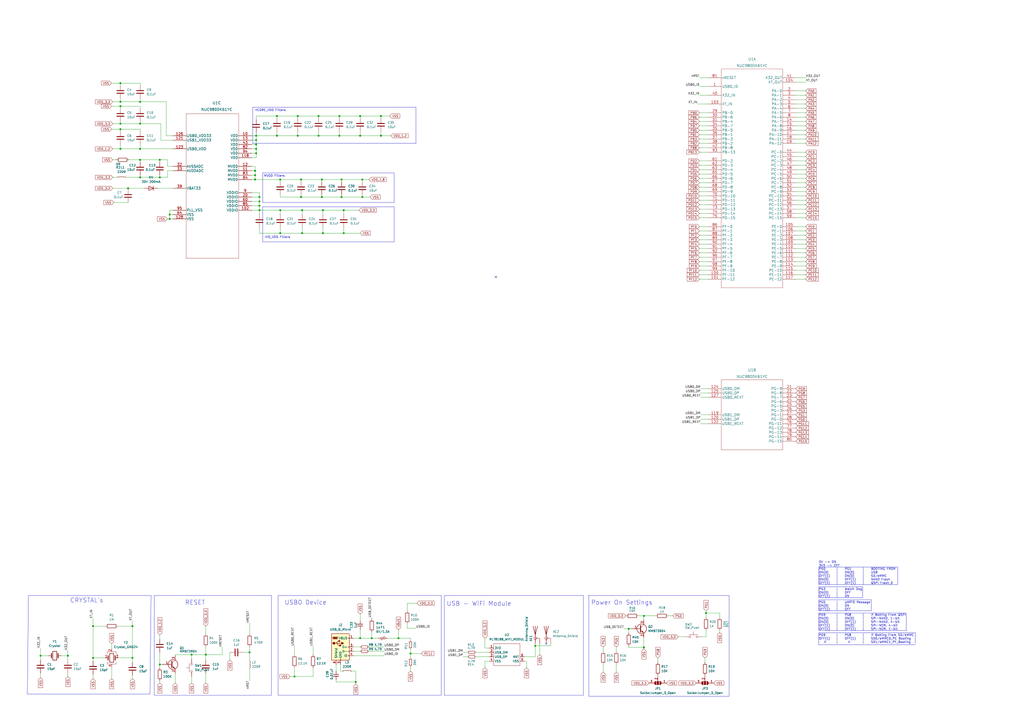
<source format=kicad_sch>
(kicad_sch (version 20230121) (generator eeschema)
  (paper "A2")
  (junction (at 184.785 78.74))
  (junction (at 69.85 86.36))
  (junction (at 208.915 67.31))
  (junction (at 160.655 78.74))
  (junction (at 98.425 124.46))
  (junction (at 186.69 114.3))
  (junction (at 373.507 357.251))
  (junction (at 186.69 104.14))
  (junction (at 162.56 135.255))
  (junction (at 81.28 71.755))
  (junction (at 98.425 127))
  (junction (at 76.835 363.22))
  (junction (at 148.59 81.28))
  (junction (at 144.78 378.46))
  (junction (at 81.28 59.055))
  (junction (at 198.12 114.3))
  (junction (at 170.815 392.43))
  (junction (at 199.39 121.92))
  (junction (at 53.975 363.22))
  (junction (at 210.185 104.14))
  (junction (at 220.98 67.31))
  (junction (at 147.955 104.14))
  (junction (at 208.915 370.205))
  (junction (at 92.71 92.71))
  (junction (at 174.625 114.3))
  (junction (at 69.85 74.93))
  (junction (at 111.125 379.73))
  (junction (at 69.85 71.755))
  (junction (at 206.375 395.605))
  (junction (at 39.37 380.365))
  (junction (at 184.785 67.31))
  (junction (at 238.125 379.095))
  (junction (at 220.98 78.74))
  (junction (at 150.495 119.38))
  (junction (at 69.85 59.055))
  (junction (at 364.744 364.744))
  (junction (at 196.85 67.31))
  (junction (at 162.56 121.92))
  (junction (at 215.646 370.205))
  (junction (at 174.625 104.14))
  (junction (at 199.39 135.255))
  (junction (at 310.515 374.65))
  (junction (at 172.72 67.31))
  (junction (at 23.495 380.365))
  (junction (at 187.325 135.255))
  (junction (at 208.915 78.74))
  (junction (at 150.495 114.3))
  (junction (at 148.59 78.74))
  (junction (at 196.85 78.74))
  (junction (at 231.14 370.205))
  (junction (at 147.955 101.6))
  (junction (at 74.295 109.22))
  (junction (at 81.28 86.36))
  (junction (at 147.955 99.06))
  (junction (at 175.26 121.92))
  (junction (at 198.12 104.14))
  (junction (at 81.28 102.87))
  (junction (at 148.59 86.36))
  (junction (at 409.575 355.6))
  (junction (at 53.975 381.635))
  (junction (at 150.495 121.92))
  (junction (at 148.59 88.9))
  (junction (at 69.85 61.595))
  (junction (at 187.325 121.92))
  (junction (at 373.507 375.539))
  (junction (at 150.495 116.84))
  (junction (at 119.38 379.73))
  (junction (at 92.71 385.445))
  (junction (at 92.71 102.87))
  (junction (at 69.85 48.26))
  (junction (at 160.655 67.31))
  (junction (at 148.59 83.82))
  (junction (at 162.56 104.14))
  (junction (at 81.28 92.71))
  (junction (at 172.72 78.74))
  (junction (at 76.835 381.635))
  (junction (at 175.26 135.255))
  (junction (at 210.185 114.3))
  (no_connect (at 287.655 160.655))
  (no_connect (at 316.865 373.38))
  (wire (pts (xy 215.646 358.14) (xy 215.646 359.029)))
  (wire (pts (xy 405.765 126.365) (xy 410.845 126.365)))
  (polyline (pts (xy 152.4 120.015) (xy 228.6 120.015)))
  (wire (pts (xy 467.36 88.265) (xy 461.645 88.265)))
  (wire (pts (xy 467.36 70.485) (xy 461.645 70.485)))
  (wire (pts (xy 96.52 59.055) (xy 81.28 59.055)))
  (polyline (pts (xy 530.86 374.015) (xy 474.98 374.015)))
  (wire (pts (xy 170.815 387.35) (xy 170.815 392.43)))
  (wire (pts (xy 53.975 363.22) (xy 53.975 381.635)))
  (wire (pts (xy 238.125 386.715) (xy 238.125 389.255)))
  (wire (pts (xy 69.85 48.26) (xy 64.77 48.26)))
  (wire (pts (xy 281.305 370.205) (xy 281.305 375.92)))
  (wire (pts (xy 162.56 121.92) (xy 175.26 121.92)))
  (wire (pts (xy 467.36 113.665) (xy 461.645 113.665)))
  (wire (pts (xy 162.56 104.14) (xy 174.625 104.14)))
  (wire (pts (xy 101.6 379.73) (xy 111.125 379.73)))
  (wire (pts (xy 467.36 73.025) (xy 461.645 73.025)))
  (wire (pts (xy 406.4 245.745) (xy 410.845 245.745)))
  (wire (pts (xy 100.33 81.28) (xy 93.345 81.28)))
  (wire (pts (xy 39.37 380.365) (xy 39.37 382.905)))
  (wire (pts (xy 146.05 119.38) (xy 150.495 119.38)))
  (wire (pts (xy 467.36 106.045) (xy 461.645 106.045)))
  (wire (pts (xy 467.36 141.605) (xy 461.645 141.605)))
  (wire (pts (xy 220.98 67.31) (xy 220.98 68.58)))
  (wire (pts (xy 467.36 55.245) (xy 461.645 55.245)))
  (polyline (pts (xy 228.6 140.335) (xy 152.4 140.335)))
  (wire (pts (xy 405.765 45.085) (xy 410.845 45.085)))
  (wire (pts (xy 405.765 73.025) (xy 410.845 73.025)))
  (wire (pts (xy 220.98 67.31) (xy 226.06 67.31)))
  (wire (pts (xy 65.405 59.055) (xy 69.85 59.055)))
  (wire (pts (xy 208.915 370.205) (xy 215.646 370.205)))
  (wire (pts (xy 187.325 135.255) (xy 199.39 135.255)))
  (wire (pts (xy 172.72 76.2) (xy 172.72 78.74)))
  (wire (pts (xy 405.765 106.045) (xy 410.845 106.045)))
  (wire (pts (xy 97.155 102.87) (xy 92.71 102.87)))
  (wire (pts (xy 65.405 102.87) (xy 67.945 102.87)))
  (polyline (pts (xy 338.455 345.44) (xy 338.455 403.225)))
  (wire (pts (xy 361.95 364.744) (xy 364.744 364.744)))
  (wire (pts (xy 405.765 55.245) (xy 410.845 55.245)))
  (polyline (pts (xy 474.98 347.98) (xy 474.98 354.33)))
  (wire (pts (xy 405.765 67.945) (xy 410.845 67.945)))
  (wire (pts (xy 184.785 67.31) (xy 196.85 67.31)))
  (polyline (pts (xy 228.6 117.475) (xy 228.6 100.33)))
  (wire (pts (xy 199.39 121.92) (xy 208.28 121.92)))
  (wire (pts (xy 150.495 121.92) (xy 162.56 121.92)))
  (wire (pts (xy 196.85 76.2) (xy 196.85 78.74)))
  (wire (pts (xy 373.507 369.824) (xy 373.507 375.539)))
  (wire (pts (xy 69.85 59.055) (xy 69.85 57.15)))
  (polyline (pts (xy 16.51 345.44) (xy 87.63 345.44)))
  (wire (pts (xy 144.78 361.315) (xy 144.78 367.665)))
  (wire (pts (xy 349.885 375.285) (xy 349.885 377.825)))
  (polyline (pts (xy 86.995 402.59) (xy 15.875 402.59)))
  (wire (pts (xy 174.625 104.14) (xy 186.69 104.14)))
  (wire (pts (xy 146.05 99.06) (xy 147.955 99.06)))
  (wire (pts (xy 467.36 159.385) (xy 461.645 159.385)))
  (wire (pts (xy 148.59 83.82) (xy 148.59 86.36)))
  (wire (pts (xy 405.765 95.885) (xy 410.845 95.885)))
  (wire (pts (xy 417.449 365.76) (xy 417.449 366.903)))
  (wire (pts (xy 467.36 98.425) (xy 461.645 98.425)))
  (wire (pts (xy 405.765 141.605) (xy 410.845 141.605)))
  (wire (pts (xy 69.85 62.865) (xy 69.85 61.595)))
  (wire (pts (xy 405.765 98.425) (xy 410.845 98.425)))
  (wire (pts (xy 208.915 67.31) (xy 208.915 68.58)))
  (wire (pts (xy 205.105 377.825) (xy 208.915 377.825)))
  (wire (pts (xy 467.36 100.965) (xy 461.645 100.965)))
  (polyline (pts (xy 152.4 120.015) (xy 152.4 140.335)))
  (wire (pts (xy 81.28 74.93) (xy 69.85 74.93)))
  (wire (pts (xy 170.815 392.43) (xy 168.275 392.43)))
  (polyline (pts (xy 500.38 340.36) (xy 500.38 346.71)))
  (wire (pts (xy 405.765 80.645) (xy 410.845 80.645)))
  (wire (pts (xy 97.155 96.52) (xy 100.33 96.52)))
  (wire (pts (xy 276.225 378.46) (xy 283.845 378.46)))
  (wire (pts (xy 405.765 121.285) (xy 410.845 121.285)))
  (wire (pts (xy 210.185 104.14) (xy 210.185 105.41)))
  (wire (pts (xy 119.38 390.525) (xy 119.38 396.24)))
  (wire (pts (xy 81.28 71.755) (xy 69.85 71.755)))
  (polyline (pts (xy 161.29 345.44) (xy 161.29 403.225)))
  (wire (pts (xy 467.36 108.585) (xy 461.645 108.585)))
  (wire (pts (xy 222.885 380.365) (xy 205.105 380.365)))
  (wire (pts (xy 92.71 92.71) (xy 97.155 92.71)))
  (polyline (pts (xy 89.535 345.44) (xy 157.48 345.44)))
  (wire (pts (xy 175.26 121.92) (xy 187.325 121.92)))
  (wire (pts (xy 148.59 67.31) (xy 160.655 67.31)))
  (wire (pts (xy 92.71 101.6) (xy 92.71 102.87)))
  (wire (pts (xy 81.28 86.36) (xy 100.33 86.36)))
  (wire (pts (xy 146.05 114.3) (xy 150.495 114.3)))
  (wire (pts (xy 405.765 131.445) (xy 410.845 131.445)))
  (wire (pts (xy 162.56 104.14) (xy 162.56 105.41)))
  (wire (pts (xy 74.93 92.71) (xy 81.28 92.71)))
  (wire (pts (xy 146.05 81.28) (xy 148.59 81.28)))
  (polyline (pts (xy 474.98 355.6) (xy 474.98 365.76)))
  (wire (pts (xy 146.05 116.84) (xy 150.495 116.84)))
  (wire (pts (xy 69.85 76.2) (xy 69.85 74.93)))
  (wire (pts (xy 76.835 360.045) (xy 76.835 363.22)))
  (wire (pts (xy 405.765 75.565) (xy 410.845 75.565)))
  (wire (pts (xy 373.507 357.251) (xy 380.111 357.251)))
  (wire (pts (xy 405.765 103.505) (xy 410.845 103.505)))
  (wire (pts (xy 304.165 381) (xy 310.515 381)))
  (polyline (pts (xy 341.63 345.44) (xy 341.63 403.86)))
  (wire (pts (xy 76.835 363.22) (xy 76.835 381.635)))
  (wire (pts (xy 467.36 111.125) (xy 461.645 111.125)))
  (wire (pts (xy 76.835 363.22) (xy 68.58 363.22)))
  (wire (pts (xy 147.955 99.06) (xy 147.955 101.6)))
  (wire (pts (xy 467.36 154.305) (xy 461.645 154.305)))
  (wire (pts (xy 313.055 373.38) (xy 313.055 379.73)))
  (wire (pts (xy 405.765 149.225) (xy 410.845 149.225)))
  (wire (pts (xy 404.495 60.325) (xy 410.845 60.325)))
  (wire (pts (xy 196.85 78.74) (xy 208.915 78.74)))
  (wire (pts (xy 186.69 113.03) (xy 186.69 114.3)))
  (wire (pts (xy 406.4 225.425) (xy 410.845 225.425)))
  (wire (pts (xy 408.94 392.43) (xy 408.94 391.795)))
  (wire (pts (xy 147.955 96.52) (xy 147.955 99.06)))
  (wire (pts (xy 162.56 113.03) (xy 162.56 114.3)))
  (wire (pts (xy 467.36 149.225) (xy 461.645 149.225)))
  (wire (pts (xy 184.785 67.31) (xy 184.785 68.58)))
  (wire (pts (xy 467.36 75.565) (xy 461.645 75.565)))
  (wire (pts (xy 467.36 45.085) (xy 461.645 45.085)))
  (polyline (pts (xy 161.29 345.44) (xy 255.905 345.44)))
  (wire (pts (xy 405.765 100.965) (xy 410.845 100.965)))
  (wire (pts (xy 405.765 161.925) (xy 410.845 161.925)))
  (polyline (pts (xy 474.98 339.09) (xy 520.7 339.09)))
  (wire (pts (xy 148.59 78.74) (xy 148.59 81.28)))
  (wire (pts (xy 405.765 139.065) (xy 410.845 139.065)))
  (wire (pts (xy 220.98 76.2) (xy 220.98 78.74)))
  (wire (pts (xy 467.36 136.525) (xy 461.645 136.525)))
  (polyline (pts (xy 474.98 328.93) (xy 474.98 339.09)))
  (wire (pts (xy 186.69 104.14) (xy 198.12 104.14)))
  (wire (pts (xy 162.56 121.92) (xy 162.56 124.46)))
  (wire (pts (xy 198.12 104.14) (xy 210.185 104.14)))
  (wire (pts (xy 81.28 101.6) (xy 81.28 102.87)))
  (polyline (pts (xy 422.91 403.86) (xy 341.63 403.86)))
  (wire (pts (xy 172.72 67.31) (xy 172.72 68.58)))
  (wire (pts (xy 174.625 114.3) (xy 162.56 114.3)))
  (wire (pts (xy 97.155 127) (xy 98.425 127)))
  (wire (pts (xy 405.765 156.845) (xy 410.845 156.845)))
  (wire (pts (xy 186.69 114.3) (xy 198.12 114.3)))
  (polyline (pts (xy 505.46 347.98) (xy 505.46 354.33)))
  (wire (pts (xy 35.56 380.365) (xy 39.37 380.365)))
  (wire (pts (xy 357.505 389.89) (xy 357.505 385.445)))
  (wire (pts (xy 144.78 378.46) (xy 144.78 382.905)))
  (wire (pts (xy 467.36 151.765) (xy 461.645 151.765)))
  (wire (pts (xy 390.271 357.251) (xy 387.731 357.251)))
  (wire (pts (xy 66.04 117.475) (xy 74.295 117.475)))
  (wire (pts (xy 370.586 357.251) (xy 373.507 357.251)))
  (wire (pts (xy 467.36 80.645) (xy 461.645 80.645)))
  (wire (pts (xy 39.37 377.19) (xy 39.37 380.365)))
  (polyline (pts (xy 474.98 328.93) (xy 520.7 328.93)))
  (wire (pts (xy 417.449 355.6) (xy 417.449 358.14)))
  (wire (pts (xy 187.325 121.92) (xy 199.39 121.92)))
  (wire (pts (xy 405.765 65.405) (xy 410.845 65.405)))
  (wire (pts (xy 405.765 83.185) (xy 410.845 83.185)))
  (wire (pts (xy 175.26 135.255) (xy 187.325 135.255)))
  (wire (pts (xy 69.85 83.82) (xy 69.85 86.36)))
  (wire (pts (xy 146.05 101.6) (xy 147.955 101.6)))
  (wire (pts (xy 406.4 227.965) (xy 410.845 227.965)))
  (wire (pts (xy 92.71 102.87) (xy 81.28 102.87)))
  (wire (pts (xy 310.515 374.65) (xy 319.405 374.65)))
  (wire (pts (xy 174.625 113.03) (xy 174.625 114.3)))
  (wire (pts (xy 184.785 76.2) (xy 184.785 78.74)))
  (wire (pts (xy 101.6 380.365) (xy 101.6 379.73)))
  (wire (pts (xy 174.625 104.14) (xy 174.625 105.41)))
  (wire (pts (xy 467.36 116.205) (xy 461.645 116.205)))
  (wire (pts (xy 150.495 132.08) (xy 150.495 135.255)))
  (wire (pts (xy 467.36 52.705) (xy 461.645 52.705)))
  (wire (pts (xy 187.325 132.08) (xy 187.325 135.255)))
  (wire (pts (xy 146.05 111.76) (xy 150.495 111.76)))
  (wire (pts (xy 93.345 81.28) (xy 93.345 71.755)))
  (polyline (pts (xy 146.685 62.23) (xy 241.3 62.23)))
  (polyline (pts (xy 241.3 62.23) (xy 241.3 83.185)))
  (polyline (pts (xy 340.995 345.44) (xy 422.91 345.44)))
  (wire (pts (xy 238.125 371.475) (xy 238.125 370.205)))
  (wire (pts (xy 208.915 360.045) (xy 208.915 356.235)))
  (wire (pts (xy 69.85 74.93) (xy 64.77 74.93)))
  (wire (pts (xy 373.507 359.664) (xy 373.507 357.251)))
  (wire (pts (xy 148.59 76.835) (xy 148.59 78.74)))
  (wire (pts (xy 409.575 355.6) (xy 417.449 355.6)))
  (wire (pts (xy 281.305 383.54) (xy 281.305 387.35)))
  (wire (pts (xy 405.765 88.265) (xy 410.845 88.265)))
  (wire (pts (xy 81.28 70.485) (xy 81.28 71.755)))
  (wire (pts (xy 76.835 381.635) (xy 76.835 384.175)))
  (wire (pts (xy 206.375 395.605) (xy 194.945 395.605)))
  (wire (pts (xy 181.61 387.35) (xy 181.61 392.43)))
  (wire (pts (xy 187.325 121.92) (xy 187.325 124.46)))
  (wire (pts (xy 148.59 67.31) (xy 148.59 69.215)))
  (wire (pts (xy 98.425 121.92) (xy 100.33 121.92)))
  (wire (pts (xy 215.646 366.649) (xy 215.646 370.205)))
  (wire (pts (xy 406.4 240.665) (xy 410.845 240.665)))
  (polyline (pts (xy 241.3 83.185) (xy 146.685 83.185)))
  (wire (pts (xy 393.446 369.443) (xy 397.129 369.443)))
  (wire (pts (xy 364.744 375.539) (xy 373.507 375.539)))
  (wire (pts (xy 184.785 78.74) (xy 196.85 78.74)))
  (wire (pts (xy 74.295 109.22) (xy 83.82 109.22)))
  (wire (pts (xy 100.33 99.06) (xy 97.155 99.06)))
  (polyline (pts (xy 474.98 367.03) (xy 474.98 373.38)))
  (wire (pts (xy 215.646 370.205) (xy 219.583 370.205)))
  (wire (pts (xy 373.507 375.539) (xy 373.507 376.428)))
  (wire (pts (xy 199.39 121.92) (xy 199.39 124.46)))
  (wire (pts (xy 146.05 88.9) (xy 148.59 88.9)))
  (wire (pts (xy 144.78 394.97) (xy 144.78 387.985)))
  (polyline (pts (xy 474.98 373.38) (xy 474.98 374.015)))
  (polyline (pts (xy 152.4 100.33) (xy 152.4 117.475)))
  (polyline (pts (xy 228.6 120.015) (xy 228.6 140.335)))
  (wire (pts (xy 194.945 395.605) (xy 194.945 394.335)))
  (wire (pts (xy 148.59 86.36) (xy 148.59 88.9)))
  (wire (pts (xy 96.52 78.74) (xy 96.52 59.055)))
  (wire (pts (xy 405.765 118.745) (xy 410.845 118.745)))
  (wire (pts (xy 467.36 95.885) (xy 461.645 95.885)))
  (wire (pts (xy 467.36 146.685) (xy 461.645 146.685)))
  (wire (pts (xy 172.72 78.74) (xy 184.785 78.74)))
  (wire (pts (xy 64.77 373.38) (xy 64.77 376.555)))
  (wire (pts (xy 146.05 78.74) (xy 148.59 78.74)))
  (wire (pts (xy 140.97 378.46) (xy 144.78 378.46)))
  (wire (pts (xy 146.05 121.92) (xy 150.495 121.92)))
  (wire (pts (xy 405.765 116.205) (xy 410.845 116.205)))
  (polyline (pts (xy 474.98 340.36) (xy 474.98 346.71)))
  (wire (pts (xy 81.28 61.595) (xy 69.85 61.595)))
  (wire (pts (xy 405.765 144.145) (xy 410.845 144.145)))
  (polyline (pts (xy 474.98 355.6) (xy 525.78 355.6)))
  (wire (pts (xy 81.28 92.71) (xy 92.71 92.71)))
  (wire (pts (xy 160.655 78.74) (xy 172.72 78.74)))
  (polyline (pts (xy 146.685 62.23) (xy 146.685 83.185)))
  (wire (pts (xy 405.765 93.345) (xy 410.845 93.345)))
  (wire (pts (xy 111.125 379.73) (xy 119.38 379.73)))
  (polyline (pts (xy 525.78 355.6) (xy 525.78 365.76)))
  (wire (pts (xy 69.85 61.595) (xy 64.77 61.595)))
  (wire (pts (xy 210.185 114.3) (xy 214.63 114.3)))
  (wire (pts (xy 81.28 83.82) (xy 81.28 86.36)))
  (wire (pts (xy 406.4 230.505) (xy 410.845 230.505)))
  (wire (pts (xy 174.625 114.3) (xy 186.69 114.3)))
  (wire (pts (xy 467.36 118.745) (xy 461.645 118.745)))
  (wire (pts (xy 53.975 358.775) (xy 53.975 363.22)))
  (wire (pts (xy 364.744 364.744) (xy 364.744 367.157)))
  (wire (pts (xy 119.38 363.22) (xy 119.38 367.665)))
  (wire (pts (xy 238.125 379.095) (xy 244.475 379.095)))
  (wire (pts (xy 198.12 104.14) (xy 198.12 105.41)))
  (wire (pts (xy 198.12 113.03) (xy 198.12 114.3)))
  (wire (pts (xy 65.405 92.71) (xy 67.31 92.71)))
  (wire (pts (xy 81.28 59.055) (xy 69.85 59.055)))
  (wire (pts (xy 310.515 373.38) (xy 310.515 374.65)))
  (polyline (pts (xy 505.46 354.33) (xy 474.98 354.33)))
  (wire (pts (xy 236.22 349.885) (xy 236.22 354.33)))
  (polyline (pts (xy 474.98 340.36) (xy 500.38 340.36)))
  (polyline (pts (xy 87.63 345.44) (xy 86.995 402.59)))
  (wire (pts (xy 210.185 113.03) (xy 210.185 114.3)))
  (wire (pts (xy 406.4 243.205) (xy 410.845 243.205)))
  (wire (pts (xy 405.765 78.105) (xy 410.845 78.105)))
  (polyline (pts (xy 152.4 117.475) (xy 228.6 117.475)))
  (wire (pts (xy 196.85 67.31) (xy 208.915 67.31)))
  (polyline (pts (xy 16.51 345.44) (xy 15.875 402.59)))
  (wire (pts (xy 467.36 139.065) (xy 461.645 139.065)))
  (wire (pts (xy 467.36 67.945) (xy 461.645 67.945)))
  (wire (pts (xy 65.405 71.755) (xy 69.85 71.755)))
  (wire (pts (xy 91.44 109.22) (xy 100.33 109.22)))
  (polyline (pts (xy 255.905 403.225) (xy 161.29 403.225)))
  (polyline (pts (xy 152.4 100.33) (xy 228.6 100.33)))
  (wire (pts (xy 23.495 380.365) (xy 23.495 382.905)))
  (polyline (pts (xy 422.91 345.44) (xy 422.91 403.86)))
  (wire (pts (xy 467.36 47.625) (xy 461.645 47.625)))
  (wire (pts (xy 150.495 116.84) (xy 150.495 119.38)))
  (wire (pts (xy 467.36 161.925) (xy 461.645 161.925)))
  (wire (pts (xy 197.485 385.445) (xy 197.485 389.255)))
  (wire (pts (xy 238.125 376.555) (xy 238.125 379.095)))
  (wire (pts (xy 467.36 123.825) (xy 461.645 123.825)))
  (wire (pts (xy 208.915 365.125) (xy 208.915 370.205)))
  (wire (pts (xy 319.405 373.38) (xy 319.405 374.65)))
  (wire (pts (xy 208.915 78.74) (xy 220.98 78.74)))
  (polyline (pts (xy 474.98 347.98) (xy 505.46 347.98)))
  (wire (pts (xy 64.77 393.7) (xy 64.77 386.715)))
  (wire (pts (xy 146.05 86.36) (xy 148.59 86.36)))
  (wire (pts (xy 409.575 369.443) (xy 407.289 369.443)))
  (wire (pts (xy 203.835 389.255) (xy 206.375 389.255)))
  (wire (pts (xy 146.05 91.44) (xy 148.59 91.44)))
  (wire (pts (xy 467.36 62.865) (xy 461.645 62.865)))
  (wire (pts (xy 146.05 96.52) (xy 147.955 96.52)))
  (wire (pts (xy 150.495 121.92) (xy 150.495 124.46)))
  (wire (pts (xy 53.975 393.7) (xy 53.975 391.16)))
  (wire (pts (xy 144.78 375.285) (xy 144.78 378.46)))
  (wire (pts (xy 150.495 114.3) (xy 150.495 116.84)))
  (wire (pts (xy 150.495 111.76) (xy 150.495 114.3)))
  (wire (pts (xy 199.39 135.255) (xy 208.915 135.255)))
  (wire (pts (xy 172.72 67.31) (xy 184.785 67.31)))
  (wire (pts (xy 92.71 385.445) (xy 92.71 387.35)))
  (wire (pts (xy 181.61 374.65) (xy 181.61 379.73)))
  (wire (pts (xy 97.155 99.06) (xy 97.155 102.87)))
  (wire (pts (xy 92.71 378.46) (xy 92.71 385.445)))
  (wire (pts (xy 409.575 354.33) (xy 409.575 355.6)))
  (wire (pts (xy 405.765 108.585) (xy 410.845 108.585)))
  (wire (pts (xy 92.71 394.97) (xy 92.71 396.24)))
  (polyline (pts (xy 530.86 367.03) (xy 530.86 373.38)))
  (wire (pts (xy 467.36 83.185) (xy 461.645 83.185)))
  (wire (pts (xy 92.71 93.98) (xy 92.71 92.71)))
  (wire (pts (xy 349.885 389.89) (xy 349.885 385.445)))
  (wire (pts (xy 281.305 375.92) (xy 283.845 375.92)))
  (wire (pts (xy 65.405 86.36) (xy 69.85 86.36)))
  (wire (pts (xy 408.94 381.635) (xy 408.94 384.175)))
  (wire (pts (xy 148.59 88.9) (xy 148.59 91.44)))
  (wire (pts (xy 147.955 101.6) (xy 147.955 104.14)))
  (wire (pts (xy 81.28 62.865) (xy 81.28 61.595)))
  (wire (pts (xy 160.655 76.2) (xy 160.655 78.74)))
  (wire (pts (xy 98.425 124.46) (xy 98.425 121.92)))
  (wire (pts (xy 68.58 381.635) (xy 76.835 381.635)))
  (wire (pts (xy 150.495 119.38) (xy 150.495 121.92)))
  (wire (pts (xy 160.655 67.31) (xy 160.655 68.58)))
  (wire (pts (xy 241.935 349.885) (xy 236.22 349.885)))
  (polyline (pts (xy 89.535 345.44) (xy 89.535 403.225)))
  (wire (pts (xy 147.955 104.14) (xy 162.56 104.14)))
  (wire (pts (xy 162.56 132.08) (xy 162.56 135.255)))
  (wire (pts (xy 111.125 392.43) (xy 111.125 396.24)))
  (polyline (pts (xy 257.81 345.44) (xy 257.81 403.225)))
  (polyline (pts (xy 157.48 403.225) (xy 89.535 403.225)))
  (wire (pts (xy 206.375 389.255) (xy 206.375 395.605)))
  (wire (pts (xy 111.125 379.73) (xy 111.125 382.27)))
  (wire (pts (xy 98.425 127) (xy 100.33 127)))
  (wire (pts (xy 53.975 363.22) (xy 60.96 363.22)))
  (wire (pts (xy 467.36 78.105) (xy 461.645 78.105)))
  (wire (pts (xy 175.26 121.92) (xy 175.26 124.46)))
  (wire (pts (xy 65.405 109.22) (xy 74.295 109.22)))
  (polyline (pts (xy 520.7 339.09) (xy 520.7 328.93)))
  (wire (pts (xy 148.59 81.28) (xy 148.59 83.82)))
  (wire (pts (xy 194.945 385.445) (xy 194.945 389.255)))
  (wire (pts (xy 81.28 49.53) (xy 81.28 48.26)))
  (wire (pts (xy 467.36 126.365) (xy 461.645 126.365)))
  (wire (pts (xy 405.765 113.665) (xy 410.845 113.665)))
  (wire (pts (xy 409.575 355.6) (xy 409.575 358.14)))
  (wire (pts (xy 101.6 396.24) (xy 101.6 390.525)))
  (wire (pts (xy 381.635 392.43) (xy 381.635 391.795)))
  (wire (pts (xy 162.56 135.255) (xy 175.26 135.255)))
  (wire (pts (xy 220.98 78.74) (xy 226.695 78.74)))
  (wire (pts (xy 205.105 375.285) (xy 208.915 375.285)))
  (wire (pts (xy 39.37 392.43) (xy 39.37 390.525)))
  (wire (pts (xy 405.765 151.765) (xy 410.845 151.765)))
  (wire (pts (xy 467.36 57.785) (xy 461.645 57.785)))
  (wire (pts (xy 268.605 381) (xy 271.145 381)))
  (wire (pts (xy 133.35 378.46) (xy 133.35 382.905)))
  (wire (pts (xy 304.165 383.54) (xy 305.435 383.54)))
  (wire (pts (xy 467.36 103.505) (xy 461.645 103.505)))
  (wire (pts (xy 213.995 375.285) (xy 222.885 375.285)))
  (polyline (pts (xy 255.905 345.44) (xy 255.905 403.225)))
  (wire (pts (xy 60.96 381.635) (xy 53.975 381.635)))
  (wire (pts (xy 69.85 71.755) (xy 69.85 70.485)))
  (polyline (pts (xy 525.78 365.76) (xy 474.98 365.76)))
  (wire (pts (xy 405.765 70.485) (xy 410.845 70.485)))
  (wire (pts (xy 100.33 78.74) (xy 96.52 78.74)))
  (wire (pts (xy 208.915 78.74) (xy 208.915 76.2)))
  (wire (pts (xy 268.605 378.46) (xy 271.145 378.46)))
  (wire (pts (xy 146.05 83.82) (xy 148.59 83.82)))
  (wire (pts (xy 160.655 67.31) (xy 172.72 67.31)))
  (polyline (pts (xy 157.48 345.44) (xy 157.48 403.225)))
  (wire (pts (xy 231.14 365.252) (xy 231.14 370.205)))
  (wire (pts (xy 238.125 379.095) (xy 238.125 381.635)))
  (wire (pts (xy 198.12 114.3) (xy 210.185 114.3)))
  (wire (pts (xy 23.495 393.065) (xy 23.495 390.525)))
  (wire (pts (xy 81.28 93.98) (xy 81.28 92.71)))
  (wire (pts (xy 310.515 374.65) (xy 310.515 381)))
  (wire (pts (xy 199.39 132.08) (xy 199.39 135.255)))
  (wire (pts (xy 53.975 381.635) (xy 53.975 383.54)))
  (wire (pts (xy 69.85 86.36) (xy 81.28 86.36)))
  (wire (pts (xy 175.26 132.08) (xy 175.26 135.255)))
  (wire (pts (xy 119.38 379.73) (xy 119.38 382.905)))
  (wire (pts (xy 405.765 85.725) (xy 410.845 85.725)))
  (polyline (pts (xy 257.81 345.44) (xy 338.455 345.44)))
  (wire (pts (xy 467.36 121.285) (xy 461.645 121.285)))
  (wire (pts (xy 405.765 123.825) (xy 410.845 123.825)))
  (wire (pts (xy 467.36 156.845) (xy 461.645 156.845)))
  (wire (pts (xy 283.845 383.54) (xy 281.305 383.54)))
  (wire (pts (xy 93.345 71.755) (xy 81.28 71.755)))
  (wire (pts (xy 467.36 93.345) (xy 461.645 93.345)))
  (wire (pts (xy 181.61 392.43) (xy 170.815 392.43)))
  (polyline (pts (xy 500.38 346.71) (xy 474.98 346.71)))
  (wire (pts (xy 357.505 375.285) (xy 357.505 377.825)))
  (wire (pts (xy 236.22 361.95) (xy 236.22 364.49)))
  (wire (pts (xy 381.635 381.635) (xy 381.635 384.175)))
  (wire (pts (xy 128.905 375.285) (xy 128.905 379.73)))
  (wire (pts (xy 170.815 374.65) (xy 170.815 379.73)))
  (wire (pts (xy 74.295 109.22) (xy 74.295 109.855)))
  (wire (pts (xy 92.71 385.445) (xy 93.98 385.445)))
  (wire (pts (xy 205.105 370.205) (xy 208.915 370.205)))
  (wire (pts (xy 213.995 377.825) (xy 222.885 377.825)))
  (wire (pts (xy 148.59 78.74) (xy 160.655 78.74)))
  (wire (pts (xy 467.36 60.325) (xy 461.645 60.325)))
  (wire (pts (xy 97.155 92.71) (xy 97.155 96.52)))
  (wire (pts (xy 92.71 368.3) (xy 92.71 370.84)))
  (wire (pts (xy 210.185 104.14) (xy 213.995 104.14)))
  (wire (pts (xy 27.94 380.365) (xy 23.495 380.365)))
  (wire (pts (xy 405.765 133.985) (xy 410.845 133.985)))
  (wire (pts (xy 81.28 48.26) (xy 69.85 48.26)))
  (wire (pts (xy 364.744 374.777) (xy 364.744 375.539)))
  (wire (pts (xy 73.025 102.87) (xy 81.28 102.87)))
  (wire (pts (xy 196.85 67.31) (xy 196.85 68.58)))
  (wire (pts (xy 150.495 135.255) (xy 162.56 135.255)))
  (wire (pts (xy 405.765 50.165) (xy 410.845 50.165)))
  (wire (pts (xy 467.36 65.405) (xy 461.645 65.405)))
  (wire (pts (xy 231.14 370.205) (xy 238.125 370.205)))
  (wire (pts (xy 405.765 111.125) (xy 410.845 111.125)))
  (wire (pts (xy 208.915 67.31) (xy 220.98 67.31)))
  (polyline (pts (xy 338.455 403.225) (xy 257.81 403.225)))
  (wire (pts (xy 467.36 133.985) (xy 461.645 133.985)))
  (wire (pts (xy 405.765 154.305) (xy 410.845 154.305)))
  (wire (pts (xy 405.765 146.685) (xy 410.845 146.685)))
  (wire (pts (xy 81.28 59.055) (xy 81.28 57.15)))
  (wire (pts (xy 224.663 370.205) (xy 231.14 370.205)))
  (wire (pts (xy 305.435 383.54) (xy 305.435 387.35)))
  (wire (pts (xy 119.38 375.285) (xy 119.38 379.73)))
  (wire (pts (xy 98.425 124.46) (xy 98.425 127)))
  (wire (pts (xy 69.85 49.53) (xy 69.85 48.26)))
  (wire (pts (xy 76.835 393.7) (xy 76.835 391.795)))
  (wire (pts (xy 206.375 395.605) (xy 206.375 396.875)))
  (wire (pts (xy 81.28 76.2) (xy 81.28 74.93)))
  (wire (pts (xy 467.36 131.445) (xy 461.645 131.445)))
  (wire (pts (xy 467.36 144.145) (xy 461.645 144.145)))
  (wire (pts (xy 405.765 159.385) (xy 410.845 159.385)))
  (wire (pts (xy 100.33 124.46) (xy 98.425 124.46)))
  (wire (pts (xy 197.485 389.255) (xy 198.755 389.255)))
  (wire (pts (xy 236.22 364.49) (xy 241.3 364.49)))
  (wire (pts (xy 146.05 104.14) (xy 147.955 104.14)))
  (polyline (pts (xy 474.98 367.03) (xy 530.86 367.03)))
  (wire (pts (xy 119.38 379.73) (xy 128.905 379.73)))
  (wire (pts (xy 409.575 365.76) (xy 409.575 369.443)))
  (wire (pts (xy 364.744 364.744) (xy 365.887 364.744)))
  (wire (pts (xy 405.765 136.525) (xy 410.845 136.525)))
  (wire (pts (xy 23.495 375.92) (xy 23.495 380.365)))
  (wire (pts (xy 186.69 104.14) (xy 186.69 105.41)))
  (wire (pts (xy 276.225 381) (xy 283.845 381)))
  (wire (pts (xy 467.36 90.805) (xy 461.645 90.805)))
  (text "PG9		|	PG8		|	If Botting From SD/eMMC\nOFF(1)	|	OFF(1)	|	SD0/eMMC0_PC Booting\n   X	|	  X		|	SD1/eMMC1_PF_Booting" (at 474.98 373.38 0) (effects (font (size 1.27 1.27)) (justify left bottom)))
  (text "MVDD Filters\n" (at 153.035 102.87 0) (effects (font (size 1.27 1.27)) (justify left bottom)))
  (text "RESET" (at 107.315 351.155 0) (effects (font (size 2.54 2.54)) (justify left bottom)))
  (text "USB0 Device\n" (at 165.1 351.155 0) (effects (font (size 2.54 2.54)) (justify left bottom)))
  (text "VCORE_VDD Filters\n" (at 147.955 64.77 0) (effects (font (size 1.27 1.27)) (justify left bottom)))
  (text "USB - WiFi Module\n" (at 259.08 351.79 0) (effects (font (size 2.54 2.54)) (justify left bottom)))
  (text "PG0		|	PG1		|	BOOTING FROM\nON(0)	|	ON(0)	|	USB\nOFF(1)	|	ON(0)	|	SD/eMMC\nON(0)	|	OFF(1)	|	NAND Flash\nOFF(1)	|	OFF(1)	|	QSPI Flash_0" (at 474.98 339.09 0) (effects (font (size 1.27 1.27)) (justify left bottom)))
  (text "0V -> ON\n3V3 -> OFF\n" (at 474.98 328.93 0) (effects (font (size 1.27 1.27)) (justify left bottom)))
  (text "PG9		|	PG8		|	If Botting From QSPI\nON(0)	|	ON(0)	|	SPI-NAND, 1-bit\nON(0)	|	OFF(1)	|	SPI-NAND, 4-bit\nOFF(1)	|	ON(0)	|	SPI-NOR, 4-bit\nOFF(1)	|	OFF(1)	|	SPI-NOR, 1-bit" (at 474.98 365.76 0) (effects (font (size 1.27 1.27)) (justify left bottom)))
  (text "PG5		|	UART0 Message\nON(0)	|	ON\nOFF(1)	|	OFF" (at 474.98 354.33 0) (effects (font (size 1.27 1.27)) (justify left bottom)))
  (text "CRYSTAL's" (at 40.64 349.885 0) (effects (font (size 2.54 2.54)) (justify left bottom)))
  (text "Power On Settings\n" (at 342.9 351.155 0) (effects (font (size 2.54 2.54)) (justify left bottom)))
  (text "VIO_VDD Filters\n" (at 153.67 138.43 0) (effects (font (size 1.27 1.27)) (justify left bottom)))
  (text "PG3		|	Watch Dog\nON(0)	|	OFF\nOFF(1)	|	ON" (at 474.98 346.71 0) (effects (font (size 1.27 1.27)) (justify left bottom)))
  (label "XT_OUT" (at 76.835 360.045 90))
  (label "X32_OUT" (at 39.37 377.19 90))
  (label "USB1_DM" (at 406.4 240.665 180))
  (label "USB_DETECT" (at 361.95 364.744 180))
  (label "USB0_DP" (at 222.885 375.285 0))
  (label "USB0_REXT" (at 406.4 230.505 180))
  (label "USB0_DM" (at 406.4 225.425 180))
  (label "USB1_DP" (at 268.605 381 180))
  (label "USB0_ID" (at 241.3 364.49 0))
  (label "XT_OUT" (at 467.36 47.625 0))
  (label "USB0_DM" (at 222.885 377.825 0))
  (label "X32_IN" (at 23.495 375.92 90))
  (label "nRST" (at 405.765 45.085 180))
  (label "USB1_DP" (at 406.4 243.205 180))
  (label "USB1_DM" (at 268.605 378.46 180))
  (label "nRESET" (at 128.905 375.285 90))
  (label "X32_OUT" (at 467.36 45.085 0))
  (label "X32_IN" (at 405.765 55.245 180))
  (label "USB1_REXT" (at 181.61 374.65 90))
  (label "USB_DETECT" (at 215.646 358.14 90))
  (label "USB0_ID" (at 405.765 50.165 180))
  (label "USB0_DP" (at 406.4 227.965 180))
  (label "XT_IN" (at 404.495 60.325 180))
  (label "nRESET" (at 144.78 361.315 90))
  (label "USB0_REXT" (at 170.815 374.65 90))
  (label "USB1_REXT" (at 406.4 245.745 180))
  (label "USB0_ID" (at 222.885 380.365 0))
  (label "XT_IN" (at 53.975 358.775 90))
  (label "nRST" (at 144.78 394.97 270))
  (global_label "VSS" (shape input) (at 111.125 396.24 270) (property "Intersheetrefs" "${INTERSHEET_REFS}" (effects hide)))
  (global_label "PF6" (shape input) (at 405.765 146.685 180) (property "Intersheetrefs" "${INTERSHEET_REFS}" (effects hide)))
  (global_label "VSS" (shape input) (at 357.505 389.89 270) (property "Intersheetrefs" "${INTERSHEET_REFS}" (effects hide)))
  (global_label "PA1" (shape input) (at 467.36 55.245 0) (property "Intersheetrefs" "${INTERSHEET_REFS}" (effects hide)))
  (global_label "PG5" (shape input) (at 357.505 375.285 90) (property "Intersheetrefs" "${INTERSHEET_REFS}" (effects hide)))
  (global_label "PC8" (shape input) (at 467.36 108.585 0) (property "Intersheetrefs" "${INTERSHEET_REFS}" (effects hide)))
  (global_label "VSS" (shape input) (at 64.77 48.26 180) (property "Intersheetrefs" "${INTERSHEET_REFS}" (effects hide)))
  (global_label "PA6" (shape input) (at 467.36 67.945 0) (property "Intersheetrefs" "${INTERSHEET_REFS}" (effects hide)))
  (global_label "PB8" (shape input) (at 405.765 85.725 180) (property "Intersheetrefs" "${INTERSHEET_REFS}" (effects hide)))
  (global_label "PD7" (shape input) (at 405.765 106.045 180) (property "Intersheetrefs" "${INTERSHEET_REFS}" (effects hide)))
  (global_label "PG8" (shape input) (at 381.635 381.635 90) (property "Intersheetrefs" "${INTERSHEET_REFS}" (effects hide)))
  (global_label "VSS" (shape input) (at 66.04 117.475 180) (property "Intersheetrefs" "${INTERSHEET_REFS}" (effects hide)))
  (global_label "VDD_3.3" (shape input) (at 65.405 109.22 180) (property "Intersheetrefs" "${INTERSHEET_REFS}" (effects hide)))
  (global_label "PD4" (shape input) (at 405.765 98.425 180) (property "Intersheetrefs" "${INTERSHEET_REFS}" (effects hide)))
  (global_label "VDD_3.3" (shape input) (at 65.405 59.055 180) (property "Intersheetrefs" "${INTERSHEET_REFS}" (effects hide)))
  (global_label "PG8" (shape input) (at 461.645 227.965 0) (property "Intersheetrefs" "${INTERSHEET_REFS}" (effects hide)))
  (global_label "VDD_3.3" (shape input) (at 403.86 396.24 180) (property "Intersheetrefs" "${INTERSHEET_REFS}" (effects hide)))
  (global_label "PG13" (shape input) (at 461.645 250.825 0) (property "Intersheetrefs" "${INTERSHEET_REFS}" (effects hide)))
  (global_label "VSS" (shape input) (at 349.885 389.89 270) (property "Intersheetrefs" "${INTERSHEET_REFS}" (effects hide)))
  (global_label "VBUS" (shape input) (at 231.14 365.252 90) (property "Intersheetrefs" "${INTERSHEET_REFS}" (effects hide)))
  (global_label "PG3" (shape input) (at 461.645 238.125 0) (property "Intersheetrefs" "${INTERSHEET_REFS}" (effects hide)))
  (global_label "VDD_3.3" (shape input) (at 362.966 357.251 180) (property "Intersheetrefs" "${INTERSHEET_REFS}" (effects hide)))
  (global_label "PA2" (shape input) (at 467.36 57.785 0) (property "Intersheetrefs" "${INTERSHEET_REFS}" (effects hide)))
  (global_label "PF9" (shape input) (at 405.765 154.305 180) (property "Intersheetrefs" "${INTERSHEET_REFS}" (effects hide)))
  (global_label "VSS" (shape input) (at 386.715 396.24 0) (property "Intersheetrefs" "${INTERSHEET_REFS}" (effects hide)))
  (global_label "PB5" (shape input) (at 405.765 75.565 180) (property "Intersheetrefs" "${INTERSHEET_REFS}" (effects hide)))
  (global_label "PD13" (shape input) (at 405.765 121.285 180) (property "Intersheetrefs" "${INTERSHEET_REFS}" (effects hide)))
  (global_label "PC7" (shape input) (at 467.36 106.045 0) (property "Intersheetrefs" "${INTERSHEET_REFS}" (effects hide)))
  (global_label "PF8" (shape input) (at 405.765 151.765 180) (property "Intersheetrefs" "${INTERSHEET_REFS}" (effects hide)))
  (global_label "PE6" (shape input) (at 467.36 146.685 0) (property "Intersheetrefs" "${INTERSHEET_REFS}" (effects hide)))
  (global_label "PB1" (shape input) (at 405.765 78.105 180) (property "Intersheetrefs" "${INTERSHEET_REFS}" (effects hide)))
  (global_label "VSS" (shape input) (at 208.915 356.235 90) (property "Intersheetrefs" "${INTERSHEET_REFS}" (effects hide)))
  (global_label "PD11" (shape input) (at 405.765 116.205 180) (property "Intersheetrefs" "${INTERSHEET_REFS}" (effects hide)))
  (global_label "VSS" (shape input) (at 119.38 396.24 270) (property "Intersheetrefs" "${INTERSHEET_REFS}" (effects hide)))
  (global_label "VDD_3.3" (shape input) (at 65.405 102.87 180) (property "Intersheetrefs" "${INTERSHEET_REFS}" (effects hide)))
  (global_label "VSS" (shape input) (at 64.77 373.38 90) (property "Intersheetrefs" "${INTERSHEET_REFS}" (effects hide)))
  (global_label "PB0" (shape input) (at 405.765 65.405 180) (property "Intersheetrefs" "${INTERSHEET_REFS}" (effects hide)))
  (global_label "VSS" (shape input) (at 417.449 366.903 270) (property "Intersheetrefs" "${INTERSHEET_REFS}" (effects hide)))
  (global_label "PB13" (shape input) (at 405.765 88.265 180) (property "Intersheetrefs" "${INTERSHEET_REFS}" (effects hide)))
  (global_label "PD6" (shape input) (at 405.765 103.505 180) (property "Intersheetrefs" "${INTERSHEET_REFS}" (effects hide)))
  (global_label "PD9" (shape input) (at 405.765 111.125 180) (property "Intersheetrefs" "${INTERSHEET_REFS}" (effects hide)))
  (global_label "PE10" (shape input) (at 467.36 156.845 0) (property "Intersheetrefs" "${INTERSHEET_REFS}" (effects hide)))
  (global_label "VSS" (shape input) (at 65.405 92.71 180) (property "Intersheetrefs" "${INTERSHEET_REFS}" (effects hide)))
  (global_label "PA10" (shape input) (at 467.36 78.105 0) (property "Intersheetrefs" "${INTERSHEET_REFS}" (effects hide)))
  (global_label "PE5" (shape input) (at 467.36 144.145 0) (property "Intersheetrefs" "${INTERSHEET_REFS}" (effects hide)))
  (global_label "PC6" (shape input) (at 467.36 103.505 0) (property "Intersheetrefs" "${INTERSHEET_REFS}" (effects hide)))
  (global_label "VSS" (shape input) (at 168.275 392.43 180) (property "Intersheetrefs" "${INTERSHEET_REFS}" (effects hide)))
  (global_label "VDD_1.2" (shape input) (at 92.71 368.3 90) (property "Intersheetrefs" "${INTERSHEET_REFS}" (effects hide)))
  (global_label "VDD_3.3" (shape input) (at 241.935 349.885 0) (property "Intersheetrefs" "${INTERSHEET_REFS}" (effects hide)))
  (global_label "PF10" (shape input) (at 405.765 156.845 180) (property "Intersheetrefs" "${INTERSHEET_REFS}" (effects hide)))
  (global_label "PE8" (shape input) (at 467.36 151.765 0) (property "Intersheetrefs" "${INTERSHEET_REFS}" (effects hide)))
  (global_label "PG0" (shape input) (at 390.271 357.251 0) (property "Intersheetrefs" "${INTERSHEET_REFS}" (effects hide)))
  (global_label "PF11" (shape input) (at 405.765 159.385 180) (property "Intersheetrefs" "${INTERSHEET_REFS}" (effects hide)))
  (global_label "PE3" (shape input) (at 467.36 139.065 0) (property "Intersheetrefs" "${INTERSHEET_REFS}" (effects hide)))
  (global_label "PG9" (shape input) (at 461.645 225.425 0) (property "Intersheetrefs" "${INTERSHEET_REFS}" (effects hide)))
  (global_label "VSS" (shape input) (at 281.305 387.35 270) (property "Intersheetrefs" "${INTERSHEET_REFS}" (effects hide)))
  (global_label "VSS" (shape input) (at 208.915 135.255 0) (property "Intersheetrefs" "${INTERSHEET_REFS}" (effects hide)))
  (global_label "VDD_1.8" (shape input) (at 213.995 104.14 0) (property "Intersheetrefs" "${INTERSHEET_REFS}" (effects hide)))
  (global_label "PD14" (shape input) (at 405.765 123.825 180) (property "Intersheetrefs" "${INTERSHEET_REFS}" (effects hide)))
  (global_label "VDD_3.3" (shape input) (at 208.28 121.92 0) (property "Intersheetrefs" "${INTERSHEET_REFS}" (effects hide)))
  (global_label "VSS" (shape input) (at 39.37 392.43 270) (property "Intersheetrefs" "${INTERSHEET_REFS}" (effects hide)))
  (global_label "PA0" (shape input) (at 467.36 52.705 0) (property "Intersheetrefs" "${INTERSHEET_REFS}" (effects hide)))
  (global_label "PA8" (shape input) (at 467.36 73.025 0) (property "Intersheetrefs" "${INTERSHEET_REFS}" (effects hide)))
  (global_label "PA3" (shape input) (at 467.36 60.325 0) (property "Intersheetrefs" "${INTERSHEET_REFS}" (effects hide)))
  (global_label "PC14" (shape input) (at 467.36 123.825 0) (property "Intersheetrefs" "${INTERSHEET_REFS}" (effects hide)))
  (global_label "VSS" (shape input) (at 64.77 61.595 180) (property "Intersheetrefs" "${INTERSHEET_REFS}" (effects hide)))
  (global_label "PC10" (shape input) (at 467.36 113.665 0) (property "Intersheetrefs" "${INTERSHEET_REFS}" (effects hide)))
  (global_label "PF1" (shape input) (at 405.765 133.985 180) (property "Intersheetrefs" "${INTERSHEET_REFS}" (effects hide)))
  (global_label "VSS" (shape input) (at 206.375 396.875 270) (property "Intersheetrefs" "${INTERSHEET_REFS}" (effects hide)))
  (global_label "PG14" (shape input) (at 461.645 253.365 0) (property "Intersheetrefs" "${INTERSHEET_REFS}" (effects hide)))
  (global_label "VDD_1.2" (shape input) (at 65.405 86.36 180) (property "Intersheetrefs" "${INTERSHEET_REFS}" (effects hide)))
  (global_label "PD5" (shape input) (at 405.765 100.965 180) (property "Intersheetrefs" "${INTERSHEET_REFS}" (effects hide)))
  (global_label "PE7" (shape input) (at 467.36 149.225 0) (property "Intersheetrefs" "${INTERSHEET_REFS}" (effects hide)))
  (global_label "PG12" (shape input) (at 461.645 248.285 0) (property "Intersheetrefs" "${INTERSHEET_REFS}" (effects hide)))
  (global_label "PG11" (shape input) (at 461.645 245.745 0) (property "Intersheetrefs" "${INTERSHEET_REFS}" (effects hide)))
  (global_label "PF3" (shape input) (at 405.765 139.065 180) (property "Intersheetrefs" "${INTERSHEET_REFS}" (effects hide)))
  (global_label "PC3" (shape input) (at 467.36 95.885 0) (property "Intersheetrefs" "${INTERSHEET_REFS}" (effects hide)))
  (global_label "PF7" (shape input) (at 405.765 149.225 180) (property "Intersheetrefs" "${INTERSHEET_REFS}" (effects hide)))
  (global_label "PE11" (shape input) (at 244.475 379.095 0) (property "Intersheetrefs" "${INTERSHEET_REFS}" (effects hide)))
  (global_label "PB6" (shape input) (at 405.765 67.945 180) (property "Intersheetrefs" "${INTERSHEET_REFS}" (effects hide)))
  (global_label "PC2" (shape input) (at 467.36 93.345 0) (property "Intersheetrefs" "${INTERSHEET_REFS}" (effects hide)))
  (global_label "PC5" (shape input) (at 467.36 100.965 0) (property "Intersheetrefs" "${INTERSHEET_REFS}" (effects hide)))
  (global_label "VSS" (shape input) (at 101.6 396.24 270) (property "Intersheetrefs" "${INTERSHEET_REFS}" (effects hide)))
  (global_label "PD12" (shape input) (at 405.765 118.745 180) (property "Intersheetrefs" "${INTERSHEET_REFS}" (effects hide)))
  (global_label "PG5" (shape input) (at 461.645 235.585 0) (property "Intersheetrefs" "${INTERSHEET_REFS}" (effects hide)))
  (global_label "VDD_3.3" (shape input) (at 376.555 396.24 180) (property "Intersheetrefs" "${INTERSHEET_REFS}" (effects hide)))
  (global_label "PC9" (shape input) (at 467.36 111.125 0) (property "Intersheetrefs" "${INTERSHEET_REFS}" (effects hide)))
  (global_label "VDD_1.2" (shape input) (at 226.695 78.74 0) (property "Intersheetrefs" "${INTERSHEET_REFS}" (effects hide)))
  (global_label "PE11" (shape input) (at 467.36 159.385 0) (property "Intersheetrefs" "${INTERSHEET_REFS}" (effects hide)))
  (global_label "PC15" (shape input) (at 467.36 126.365 0) (property "Intersheetrefs" "${INTERSHEET_REFS}" (effects hide)))
  (global_label "PD8" (shape input) (at 405.765 108.585 180) (property "Intersheetrefs" "${INTERSHEET_REFS}" (effects hide)))
  (global_label "PF5" (shape input) (at 405.765 144.145 180) (property "Intersheetrefs" "${INTERSHEET_REFS}" (effects hide)))
  (global_label "PG1" (shape input) (at 461.645 240.665 0) (property "Intersheetrefs" "${INTERSHEET_REFS}" (effects hide)))
  (global_label "PE9" (shape input) (at 467.36 154.305 0) (property "Intersheetrefs" "${INTERSHEET_REFS}" (effects hide)))
  (global_label "VSS" (shape input) (at 92.71 396.24 270) (property "Intersheetrefs" "${INTERSHEET_REFS}" (effects hide)))
  (global_label "PB3" (shape input) (at 405.765 80.645 180) (property "Intersheetrefs" "${INTERSHEET_REFS}" (effects hide)))
  (global_label "VSS" (shape input) (at 64.77 393.7 270) (property "Intersheetrefs" "${INTERSHEET_REFS}" (effects hide)))
  (global_label "VSS" (shape input) (at 133.35 382.905 270) (property "Intersheetrefs" "${INTERSHEET_REFS}" (effects hide)))
  (global_label "PC12" (shape input) (at 467.36 118.745 0) (property "Intersheetrefs" "${INTERSHEET_REFS}" (effects hide)))
  (global_label "PG3" (shape input) (at 349.885 375.285 90) (property "Intersheetrefs" "${INTERSHEET_REFS}" (effects hide)))
  (global_label "VSS" (shape input) (at 313.055 379.73 270) (property "Intersheetrefs" "${INTERSHEET_REFS}" (effects hide)))
  (global_label "PB7" (shape input) (at 405.765 73.025 180) (property "Intersheetrefs" "${INTERSHEET_REFS}" (effects hide)))
  (global_label "VSS" (shape input) (at 238.125 389.255 270) (property "Intersheetrefs" "${INTERSHEET_REFS}" (effects hide)))
  (global_label "VSS" (shape input) (at 53.975 393.7 270) (property "Intersheetrefs" "${INTERSHEET_REFS}" (effects hide)))
  (global_label "PF4" (shape input) (at 405.765 141.605 180) (property "Intersheetrefs" "${INTERSHEET_REFS}" (effects hide)))
  (global_label "VDD_3.3" (shape input) (at 281.305 370.205 90) (property "Intersheetrefs" "${INTERSHEET_REFS}" (effects hide)))
  (global_label "PE0" (shape input) (at 467.36 131.445 0) (property "Intersheetrefs" "${INTERSHEET_REFS}" (effects hide)))
  (global_label "PG15" (shape input) (at 461.645 255.905 0) (property "Intersheetrefs" "${INTERSHEET_REFS}" (effects hide)))
  (global_label "PD10" (shape input) (at 405.765 113.665 180) (property "Intersheetrefs" "${INTERSHEET_REFS}" (effects hide)))
  (global_label "VSS" (shape input) (at 373.507 376.428 270) (property "Intersheetrefs" "${INTERSHEET_REFS}" (effects hide)))
  (global_label "PC11" (shape input) (at 467.36 116.205 0) (property "Intersheetrefs" "${INTERSHEET_REFS}" (effects hide)))
  (global_label "VSS" (shape input) (at 305.435 387.35 270) (property "Intersheetrefs" "${INTERSHEET_REFS}" (effects hide)))
  (global_label "PG9" (shape input) (at 408.94 381.635 90) (property "Intersheetrefs" "${INTERSHEET_REFS}" (effects hide)))
  (global_label "PA9" (shape input) (at 467.36 75.565 0) (property "Intersheetrefs" "${INTERSHEET_REFS}" (effects hide)))
  (global_label "PG1" (shape input) (at 409.575 354.33 90) (property "Intersheetrefs" "${INTERSHEET_REFS}" (effects hide)))
  (global_label "VSS" (shape input) (at 226.06 67.31 0) (property "Intersheetrefs" "${INTERSHEET_REFS}" (effects hide)))
  (global_label "VDD_3.3" (shape input) (at 393.446 369.443 180) (property "Intersheetrefs" "${INTERSHEET_REFS}" (effects hide)))
  (global_label "PG7" (shape input) (at 461.645 230.505 0) (property "Intersheetrefs" "${INTERSHEET_REFS}" (effects hide)))
  (global_label "PC4" (shape input) (at 467.36 98.425 0) (property "Intersheetrefs" "${INTERSHEET_REFS}" (effects hide)))
  (global_label "PG0" (shape input) (at 461.645 243.205 0) (property "Intersheetrefs" "${INTERSHEET_REFS}" (effects hide)))
  (global_label "PF0" (shape input) (at 405.765 131.445 180) (property "Intersheetrefs" "${INTERSHEET_REFS}" (effects hide)))
  (global_label "VSS" (shape input) (at 414.02 396.24 0) (property "Intersheetrefs" "${INTERSHEET_REFS}" (effects hide)))
  (global_label "PD3" (shape input) (at 405.765 95.885 180) (property "Intersheetrefs" "${INTERSHEET_REFS}" (effects hide)))
  (global_label "PC0" (shape input) (at 467.36 88.265 0) (property "Intersheetrefs" "${INTERSHEET_REFS}" (effects hide)))
  (global_label "PA4" (shape input) (at 467.36 62.865 0) (property "Intersheetrefs" "${INTERSHEET_REFS}" (effects hide)))
  (global_label "VSS" (shape input) (at 214.63 114.3 0) (property "Intersheetrefs" "${INTERSHEET_REFS}" (effects hide)))
  (global_label "PC1" (shape input) (at 467.36 90.805 0) (property "Intersheetrefs" "${INTERSHEET_REFS}" (effects hide)))
  (global_label "PD2" (shape input) (at 405.765 93.345 180) (property "Intersheetrefs" "${INTERSHEET_REFS}" (effects hide)))
  (global_label "VSS" (shape input) (at 23.495 393.065 270) (property "Intersheetrefs" "${INTERSHEET_REFS}" (effects hide)))
  (global_label "PG6" (shape input) (at 461.645 233.045 0) (property "Intersheetrefs" "${INTERSHEET_REFS}" (effects hide)))
  (global_label "PB2" (shape input) (at 405.765 83.185 180) (property "Intersheetrefs" "${INTERSHEET_REFS}" (effects hide)))
  (global_label "PF12" (shape input) (at 405.765 161.925 180) (property "Intersheetrefs" "${INTERSHEET_REFS}" (effects hide)))
  (global_label "VSS" (shape input) (at 76.835 393.7 270) (property "Intersheetrefs" "${INTERSHEET_REFS}" (effects hide)))
  (global_label "VSS" (shape input) (at 97.155 127 180) (property "Intersheetrefs" "${INTERSHEET_REFS}" (effects hide)))
  (global_label "PF2" (shape input) (at 405.765 136.525 180) (property "Intersheetrefs" "${INTERSHEET_REFS}" (effects hide)))
  (global_label "PE2" (shape input) (at 467.36 136.525 0) (property "Intersheetrefs" "${INTERSHEET_REFS}" (effects hide)))
  (global_label "VDD_3.3" (shape input) (at 65.405 71.755 180) (property "Intersheetrefs" "${INTERSHEET_REFS}" (effects hide)))
  (global_label "PE4" (shape input) (at 467.36 141.605 0) (property "Intersheetrefs" "${INTERSHEET_REFS}" (effects hide)))
  (global_label "PA11" (shape input) (at 467.36 80.645 0) (property "Intersheetrefs" "${INTERSHEET_REFS}" (effects hide)))
  (global_label "PA12" (shape input) (at 467.36 83.185 0) (property "Intersheetrefs" "${INTERSHEET_REFS}" (effects hide)))
  (global_label "VSS" (shape input) (at 64.77 74.93 180) (property "Intersheetrefs" "${INTERSHEET_REFS}" (effects hide)))
  (global_label "PE12" (shape input) (at 467.36 161.925 0) (property "Intersheetrefs" "${INTERSHEET_REFS}" (effects hide)))
  (global_label "PA7" (shape input) (at 467.36 70.485 0) (property "Intersheetrefs" "${INTERSHEET_REFS}" (effects hide)))
  (global_label "PB4" (shape input) (at 405.765 70.485 180) (property "Intersheetrefs" "${INTERSHEET_REFS}" (effects hide)))
  (global_label "PC13" (shape input) (at 467.36 121.285 0) (property "Intersheetrefs" "${INTERSHEET_REFS}" (effects hide)))
  (global_label "PA5" (shape input) (at 467.36 65.405 0) (property "Intersheetrefs" "${INTERSHEET_REFS}" (effects hide)))
  (global_label "VDD_3.3" (shape input) (at 119.38 363.22 90) (property "Intersheetrefs" "${INTERSHEET_REFS}" (effects hide)))
  (global_label "PD15" (shape input) (at 405.765 126.365 180) (property "Intersheetrefs" "${INTERSHEET_REFS}" (effects hide)))
  (global_label "PE1" (shape input) (at 467.36 133.985 0) (property "Intersheetrefs" "${INTERSHEET_REFS}" (effects hide)))
  (symbol (lib_id "Device:C") (at 160.655 72.39 0) (unit 1)
    (property "Reference" "C19" (at 164.465 71.1199 0) (effects (justify left)))
    (property "Value" "0.1uF" (at 164.465 73.6599 0) (effects (justify left)))
    (property "Footprint" "Capacitor_SMD:C_0402_1005Metric" (effects hide))
  )
  (symbol (lib_id "Device:L_Small") (at 144.78 385.445 0) (unit 1)
    (property "Reference" "L2" (at 146.05 384.1749 0) (effects (justify left)))
    (property "Value" "220R" (at 146.05 386.7149 0) (effects (justify left)))
    (property "Footprint" "Inductor_SMD:L_0603_1608Metric" (effects hide))
    (property "Datasheet" "https://cdn.ozdisan.com/ETicaret_Dosya/484088_7465094.pdf" (effects hide))
    (property "Description" "FERRITE BEAD 0603 220R 1.4A" (effects hide))
    (property "Manufacturer" "MURATA" (effects hide))
    (property "Suplier" "Özdisan" (effects hide))
    (property "Suplier Part Number" "BLM18PG221SN1D" (effects hide))
    (property "Package-Case" "0603" (effects hide))
  )
  (symbol (lib_id "Transistor_BJT:MMBT3904") (at 370.967 364.744 0) (unit 1)
    (property "Reference" "Q2" (at 375.92 363.4739 0) (effects (justify left)))
    (property "Value" "MMBT3904" (at 375.92 366.0139 0) (effects (justify left)))
    (property "Footprint" "Package_TO_SOT_SMD:SOT-23" (effects hide))
    (property "Datasheet" "https://www.onsemi.com/pub/Collateral/2N3903-D.PDF" (effects hide))
  )
  (symbol (lib_id "Device:R_Small") (at 273.685 381 270) (unit 1)
    (property "Reference" "R14" (at 271.145 385.445 90) (effects (justify left)))
    (property "Value" "4.7R" (at 271.145 383.54 90) (effects (justify left)))
    (property "Footprint" "Resistor_SMD:R_0402_1005Metric" (effects hide))
    (property "Datasheet" "https://cdn.ozdisan.com/ETicaret_Dosya/587884_199809.pdf" (effects hide))
    (property "Description" "RES.(1005) 0402 4.7 Ohms 5% 1/16W AUTOMOTIV" (effects hide))
    (property "Package-Case" "0402" (effects hide))
    (property "Manufacturer" "ROYALOHM" (effects hide))
    (property "Suplier" "Özdisan" (effects hide))
    (property "Suplier Part Number" "CQ02WGJ047JTCE" (effects hide))
  )
  (symbol (lib_id "Device:C") (at 162.56 128.27 0) (unit 1)
    (property "Reference" "C21" (at 166.37 126.9999 0) (effects (justify left)))
    (property "Value" "0.1uF" (at 166.37 129.5399 0) (effects (justify left)))
    (property "Footprint" "Capacitor_SMD:C_0402_1005Metric" (effects hide))
  )
  (symbol (lib_id "Device:R") (at 92.71 391.16 0) (unit 1)
    (property "Reference" "R3" (at 94.615 389.8899 0) (effects (justify left)))
    (property "Value" "100K" (at 94.615 392.4299 0) (effects (justify left)))
    (property "Footprint" "Resistor_SMD:R_0402_1005Metric" (effects hide))
  )
  (symbol (lib_id "Device:C") (at 69.85 53.34 0) (unit 1)
    (property "Reference" "C4" (at 73.66 52.0699 0) (effects (justify left)))
    (property "Value" "10uF" (at 73.66 54.6099 0) (effects (justify left)))
    (property "Footprint" "Capacitor_SMD:C_0402_1005Metric" (effects hide))
  )
  (symbol (lib_id "Jumper:SolderJumper_3_Open") (at 408.94 396.24 180) (unit 1)
    (property "Reference" "JP3" (at 408.94 399.415 0))
    (property "Value" "SolderJumper_3_Open" (at 408.94 401.955 0))
    (property "Footprint" "Jumper:SolderJumper-3_P1.3mm_Open_Pad1.0x1.5mm_NumberLabels" (effects hide))
  )
  (symbol (lib_id "Device:R") (at 366.776 357.251 90) (unit 1)
    (property "Reference" "R46" (at 366.776 352.679 90))
    (property "Value" "10K" (at 366.776 354.33 90))
    (property "Footprint" "Resistor_SMD:R_0402_1005Metric" (effects hide))
  )
  (symbol (lib_id "Device:R_Small") (at 211.455 377.825 90) (unit 1)
    (property "Reference" "R9" (at 216.535 376.555 90) (effects (justify left)))
    (property "Value" "4.7R" (at 221.615 376.555 90) (effects (justify left)))
    (property "Footprint" "Resistor_SMD:R_0402_1005Metric" (effects hide))
    (property "Datasheet" "https://cdn.ozdisan.com/ETicaret_Dosya/587884_199809.pdf" (effects hide))
    (property "Description" "RES.(1005) 0402 4.7 Ohms 5% 1/16W AUTOMOTIV" (effects hide))
    (property "Package-Case" "0402" (effects hide))
    (property "Manufacturer" "ROYALOHM" (effects hide))
    (property "Suplier" "Özdisan" (effects hide))
    (property "Suplier Part Number" "CQ02WGJ047JTCE" (effects hide))
  )
  (symbol (lib_id "Device:C") (at 81.28 53.34 0) (unit 1)
    (property "Reference" "C9" (at 85.09 52.0699 0) (effects (justify left)))
    (property "Value" "0.1uF" (at 85.09 54.6099 0) (effects (justify left)))
    (property "Footprint" "Capacitor_SMD:C_0402_1005Metric" (effects hide))
  )
  (symbol (lib_id "Device:C") (at 220.98 72.39 0) (unit 1)
    (property "Reference" "C35" (at 224.79 71.1199 0) (effects (justify left)))
    (property "Value" "10uF" (at 224.79 73.6599 0) (effects (justify left)))
    (property "Footprint" "Capacitor_SMD:C_0402_1005Metric" (effects hide))
  )
  (symbol (lib_id "Device:R_Small") (at 238.125 374.015 180) (unit 1)
    (property "Reference" "R11" (at 235.585 372.745 90) (effects (justify left)))
    (property "Value" "20K" (at 240.665 372.11 90) (effects (justify left)))
    (property "Footprint" "Resistor_SMD:R_0402_1005Metric" (effects hide))
    (property "Datasheet" "https://cdn.ozdisan.com/ETicaret_Dosya/399380_9872459.pdf" (effects hide))
    (property "Description" "RES.(1005) 0402 20K Ohms 1% 1/16W 100PPM" (effects hide))
    (property "Package-Case" "0402" (effects hide))
    (property "Manufacturer" "ROYALOHM" (effects hide))
    (property "Suplier" "Özdisan" (effects hide))
    (property "Suplier Part Number" "0402WGF2002TCE" (effects hide))
  )
  (symbol (lib_id "Device:C") (at 53.975 387.35 0) (unit 1)
    (property "Reference" "C3" (at 57.785 386.0799 0) (effects (justify left)))
    (property "Value" "15pF" (at 57.785 388.6199 0) (effects (justify left)))
    (property "Footprint" "Capacitor_SMD:C_0402_1005Metric" (effects hide))
  )
  (symbol (lib_id "Device:R_Small") (at 211.455 375.285 90) (unit 1)
    (property "Reference" "R8" (at 216.535 374.015 90) (effects (justify left)))
    (property "Value" "4.7R" (at 221.615 374.015 90) (effects (justify left)))
    (property "Footprint" "Resistor_SMD:R_0402_1005Metric" (effects hide))
    (property "Datasheet" "https://cdn.ozdisan.com/ETicaret_Dosya/587884_199809.pdf" (effects hide))
    (property "Description" "RES.(1005) 0402 4.7 Ohms 5% 1/16W AUTOMOTIV" (effects hide))
    (property "Package-Case" "0402" (effects hide))
    (property "Manufacturer" "ROYALOHM" (effects hide))
    (property "Suplier" "Özdisan" (effects hide))
    (property "Suplier Part Number" "CQ02WGJ047JTCE" (effects hide))
  )
  (symbol (lib_id "Device:R") (at 364.744 370.967 0) (unit 1)
    (property "Reference" "R45" (at 366.649 369.6969 0) (effects (justify left)))
    (property "Value" "10K" (at 366.649 372.2369 0) (effects (justify left)))
    (property "Footprint" "Resistor_SMD:R_0402_1005Metric" (effects hide))
  )
  (symbol (lib_id "Device:C") (at 81.28 66.675 0) (unit 1)
    (property "Reference" "C10" (at 85.09 65.4049 0) (effects (justify left)))
    (property "Value" "0.1uF" (at 85.09 67.9449 0) (effects (justify left)))
    (property "Footprint" "Capacitor_SMD:C_0402_1005Metric" (effects hide))
  )
  (symbol (lib_id "Device:C") (at 119.38 386.715 0) (unit 1)
    (property "Reference" "C15" (at 123.19 385.4449 0) (effects (justify left)))
    (property "Value" "1uF" (at 123.19 387.9849 0) (effects (justify left)))
    (property "Footprint" "Capacitor_SMD:C_0402_1005Metric" (effects hide))
  )
  (symbol (lib_id "Device:C") (at 148.59 73.025 0) (unit 1)
    (property "Reference" "C17" (at 152.4 71.7549 0) (effects (justify left)))
    (property "Value" "0.1uF" (at 152.4 74.2949 0) (effects (justify left)))
    (property "Footprint" "Capacitor_SMD:C_0402_1005Metric" (effects hide))
  )
  (symbol (lib_id "Device:C") (at 76.835 387.985 0) (unit 1)
    (property "Reference" "C8" (at 80.645 386.7149 0) (effects (justify left)))
    (property "Value" "15pF" (at 80.645 389.2549 0) (effects (justify left)))
    (property "Footprint" "Capacitor_SMD:C_0402_1005Metric" (effects hide))
  )
  (symbol (lib_id "Device:Crystal") (at 31.75 380.365 0) (unit 1)
    (property "Reference" "Y1" (at 31.75 372.11 0))
    (property "Value" "Crystal" (at 31.75 374.65 0))
    (property "Footprint" "Crystal:Crystal_SMD_2012-2Pin_2.0x1.2mm" (effects hide))
  )
  (symbol (lib_id "Device:C") (at 199.39 128.27 0) (unit 1)
    (property "Reference" "C31" (at 203.2 126.9999 0) (effects (justify left)))
    (property "Value" "0.1uF" (at 203.2 129.5399 0) (effects (justify left)))
    (property "Footprint" "Capacitor_SMD:C_0402_1005Metric" (effects hide))
  )
  (symbol (lib_id "Transistor_BJT:MMBT3904") (at 99.06 385.445 0) (unit 1)
    (property "Reference" "Q1" (at 104.14 375.92 0) (effects (justify left)))
    (property "Value" "MMBT3904" (at 104.14 377.825 0) (effects (justify left)))
    (property "Footprint" "Package_TO_SOT_SMD:SOT-23" (effects hide))
    (property "Datasheet" "https://www.onsemi.com/pub/Collateral/2N3903-D.PDF" (effects hide))
  )
  (symbol (lib_id "Device:C") (at 196.85 72.39 0) (unit 1)
    (property "Reference" "C29" (at 200.66 71.1199 0) (effects (justify left)))
    (property "Value" "0.1uF" (at 200.66 73.6599 0) (effects (justify left)))
    (property "Footprint" "Capacitor_SMD:C_0402_1005Metric" (effects hide))
  )
  (symbol (lib_id "Device:R") (at 236.22 358.14 0) (unit 1)
    (property "Reference" "R10" (at 238.125 356.8699 0) (effects (justify left)))
    (property "Value" "100K" (at 238.125 359.4099 0) (effects (justify left)))
    (property "Footprint" "Resistor_SMD:R_0402_1005Metric" (effects hide))
  )
  (symbol (lib_id "Device:R") (at 408.94 387.985 0) (unit 1)
    (property "Reference" "R19" (at 410.845 386.7149 0) (effects (justify left)))
    (property "Value" "10K" (at 410.845 389.2549 0) (effects (justify left)))
    (property "Footprint" "Resistor_SMD:R_0402_1005Metric" (effects hide))
  )
  (symbol (lib_id "Device:L_Small") (at 70.485 102.87 90) (unit 1)
    (property "Reference" "L1" (at 71.12 97.155 90))
    (property "Value" "220R" (at 70.485 99.695 90))
    (property "Footprint" "Inductor_SMD:L_0603_1608Metric" (effects hide))
    (property "Datasheet" "https://cdn.ozdisan.com/ETicaret_Dosya/484088_7465094.pdf" (effects hide))
    (property "Description" "FERRITE BEAD 0603 220R 1.4A" (effects hide))
    (property "Manufacturer" "MURATA" (effects hide))
    (property "Suplier" "Özdisan" (effects hide))
    (property "Suplier Part Number" "BLM18PG221SN1D" (effects hide))
    (property "Package-Case" "0603" (effects hide))
  )
  (symbol (lib_id "Device:R") (at 357.505 381.635 0) (unit 1)
    (property "Reference" "R16" (at 359.41 380.3649 0) (effects (justify left)))
    (property "Value" "10K" (at 359.41 382.9049 0) (effects (justify left)))
    (property "Footprint" "Resistor_SMD:R_0402_1005Metric" (effects hide))
  )
  (symbol (lib_id "Device:R") (at 409.575 361.95 0) (unit 1)
    (property "Reference" "R20" (at 411.48 360.6799 0) (effects (justify left)))
    (property "Value" "1K" (at 411.48 363.2199 0) (effects (justify left)))
    (property "Footprint" "Resistor_SMD:R_0402_1005Metric" (effects hide))
  )
  (symbol (lib_id "Device:R") (at 144.78 371.475 180) (unit 1)
    (property "Reference" "R5" (at 147.32 370.2049 0) (effects (justify right)))
    (property "Value" "470R" (at 147.32 372.7449 0) (effects (justify right)))
    (property "Footprint" "Resistor_SMD:R_0402_1005Metric" (effects hide))
  )
  (symbol (lib_id "Switch:SW_Push") (at 111.125 387.35 90) (unit 1)
    (property "Reference" "SW1" (at 113.03 386.0799 90) (effects (justify right)))
    (property "Value" "SW_Push" (at 113.03 388.6199 90) (effects (justify right)))
    (property "Footprint" "Button_Switch_SMD:SW_SPST_FSMSM" (effects hide))
  )
  (symbol (lib_id "Switch:SW_Push") (at 402.209 369.443 0) (unit 1)
    (property "Reference" "SW2" (at 401.447 362.204 0) (effects (justify right)))
    (property "Value" "SW_Push" (at 405.765 364.109 0) (effects (justify right)))
    (property "Footprint" "Button_Switch_SMD:SW_SPST_FSMSM" (effects hide))
  )
  (symbol (lib_id "Device:C") (at 172.72 72.39 0) (unit 1)
    (property "Reference" "C22" (at 176.53 71.1199 0) (effects (justify left)))
    (property "Value" "0.1uF" (at 176.53 73.6599 0) (effects (justify left)))
    (property "Footprint" "Capacitor_SMD:C_0402_1005Metric" (effects hide))
  )
  (symbol (lib_id "Device:C") (at 81.28 80.01 0) (unit 1)
    (property "Reference" "C11" (at 85.09 78.7399 0) (effects (justify left)))
    (property "Value" "0.1uF" (at 85.09 81.2799 0) (effects (justify left)))
    (property "Footprint" "Capacitor_SMD:C_0402_1005Metric" (effects hide))
  )
  (symbol (lib_id "Device:C") (at 184.785 72.39 0) (unit 1)
    (property "Reference" "C25" (at 188.595 71.1199 0) (effects (justify left)))
    (property "Value" "0.1uF" (at 188.595 73.6599 0) (effects (justify left)))
    (property "Footprint" "Capacitor_SMD:C_0402_1005Metric" (effects hide))
  )
  (symbol (lib_id "Device:C") (at 187.325 128.27 0) (unit 1)
    (property "Reference" "C27" (at 191.135 126.9999 0) (effects (justify left)))
    (property "Value" "0.1uF" (at 191.135 129.5399 0) (effects (justify left)))
    (property "Footprint" "Capacitor_SMD:C_0402_1005Metric" (effects hide))
  )
  (symbol (lib_id "Device:Antenna_Shield") (at 310.515 368.3 0) (unit 1)
    (property "Reference" "AE1" (at 307.975 372.11 90) (effects (justify left)))
    (property "Value" "Antenna_Shield" (at 305.435 372.11 90) (effects (justify left)))
    (property "Footprint" "Connector_Coaxial:U.FL_Hirose_U.FL-R-SMT-1_Vertical" (effects hide))
    (property "Datasheet" "https://cdn.ozdisan.com/ETicaret_Dosya/589500_148186.PDF" (effects hide))
    (property "Description" "CONNECTOR UMC JACK STR 50OHM SMD" (effects hide))
    (property "Manufacturer" "LINX" (effects hide))
    (property "Package-Case" "SMD" (effects hide))
    (property "Suplier" "Özdisan" (effects hide))
    (property "Suplier Part Number" "CONUFL001-SMD-T" (effects hide))
  )
  (symbol (lib_id "Device:R") (at 349.885 381.635 0) (unit 1)
    (property "Reference" "R15" (at 351.79 380.3649 0) (effects (justify left)))
    (property "Value" "10K" (at 351.79 382.9049 0) (effects (justify left)))
    (property "Footprint" "Resistor_SMD:R_0402_1005Metric" (effects hide))
  )
  (symbol (lib_id "Device:C") (at 39.37 386.715 0) (unit 1)
    (property "Reference" "C2" (at 42.545 385.4449 0) (effects (justify left)))
    (property "Value" "15pF" (at 42.545 387.9849 0) (effects (justify left)))
    (property "Footprint" "Capacitor_SMD:C_0402_1005Metric" (effects hide))
  )
  (symbol (lib_id "Device:R_Small") (at 238.125 384.175 180) (unit 1)
    (property "Reference" "R12" (at 235.585 382.905 90) (effects (justify left)))
    (property "Value" "39K" (at 240.665 382.27 90) (effects (justify left)))
    (property "Footprint" "Resistor_SMD:R_0402_1005Metric" (effects hide))
    (property "Datasheet" "https://cdn.ozdisan.com/ETicaret_Dosya/349565_198968.pdf" (effects hide))
    (property "Description" "RES.(1005) 0402 39K Ohms 1% 1/16W 100PPM" (effects hide))
    (property "Package-Case" "0402" (effects hide))
    (property "Manufacturer" "VISHAY" (effects hide))
    (property "Suplier" "Özdisan" (effects hide))
    (property "Suplier Part Number" "CRCW040239K0FKED" (effects hide))
  )
  (symbol (lib_id "NUC980DK61YC:NUC980DK61YC") (at 410.845 45.085 0) (unit 1)
    (property "Reference" "U1" (at 436.245 34.29 0) (effects (font (size 1.524 1.524))))
    (property "Value" "NUC980DK61YC" (at 436.245 38.1 0) (effects (font (size 1.524 1.524))))
    (property "Footprint" "Footprints:NUC980DK61YC" (effects hide))
  )
  (symbol (lib_id "Device:C") (at 210.185 109.22 0) (unit 1)
    (property "Reference" "C34" (at 213.995 107.9499 0) (effects (justify left)))
    (property "Value" "10uF" (at 213.995 110.4899 0) (effects (justify left)))
    (property "Footprint" "Capacitor_SMD:C_0402_1005Metric" (effects hide))
  )
  (symbol (lib_id "Device:R") (at 181.61 383.54 180) (unit 1)
    (property "Reference" "R7" (at 183.515 382.2699 0) (effects (justify right)))
    (property "Value" "12.1K" (at 183.515 384.8099 0) (effects (justify right)))
    (property "Footprint" "Resistor_SMD:R_0402_1005Metric" (effects hide))
  )
  (symbol (lib_id "RLT8188:RLT8188_WIFI_MODUL") (at 286.385 388.62 0) (unit 1)
    (property "Reference" "U2" (at 294.005 368.3 0))
    (property "Value" "RLT8188_WIFI_MODUL" (at 294.005 370.84 0))
    (property "Footprint" "RLT8188_WIFI_Modul:RLT8188_WIFI_MODUL" (effects hide))
  )
  (symbol (lib_id "Device:Antenna_Shield") (at 316.865 368.3 0) (unit 1)
    (property "Reference" "AE2" (at 320.675 366.3949 0) (effects (justify left)))
    (property "Value" "Antenna_Shield" (at 320.675 368.9349 0) (effects (justify left)))
    (property "Footprint" "RF_Antenna:Johanson_2450AT43F0100" (effects hide))
    (property "Datasheet" "https://cdn.ozdisan.com/ETicaret_Dosya/589364_4935514.pdf" (effects hide))
    (property "Description" "RF ANT 2.4GHZ CHIP SOLDER SMD" (effects hide))
    (property "Manufacturer" "LINX" (effects hide))
    (property "Suplier" "Özdisan" (effects hide))
    (property "Suplier Part Number" "ANT-2.45-CHP-T" (effects hide))
  )
  (symbol (lib_id "Device:C") (at 198.12 109.22 0) (unit 1)
    (property "Reference" "C30" (at 201.93 107.9499 0) (effects (justify left)))
    (property "Value" "0.1uF" (at 201.93 110.4899 0) (effects (justify left)))
    (property "Footprint" "Capacitor_SMD:C_0402_1005Metric" (effects hide))
  )
  (symbol (lib_id "Jumper:SolderJumper_3_Open") (at 381.635 396.24 180) (unit 1)
    (property "Reference" "JP1" (at 381.635 399.415 0))
    (property "Value" "SolderJumper_3_Open" (at 381.635 401.955 0))
    (property "Footprint" "Jumper:SolderJumper-3_P1.3mm_Open_Pad1.0x1.5mm_NumberLabels" (effects hide))
  )
  (symbol (lib_id "Device:D") (at 87.63 109.22 180) (unit 1)
    (property "Reference" "D1" (at 87.63 102.87 0))
    (property "Value" "30V 200mA" (at 87.63 105.41 0))
    (property "Footprint" "Diode_SMD:D_SOD-123" (effects hide))
  )
  (symbol (lib_id "Device:C") (at 92.71 97.79 0) (mirror x) (unit 1)
    (property "Reference" "C13" (at 86.36 95.885 0) (effects (justify left)))
    (property "Value" "0.1uF" (at 84.455 98.425 0) (effects (justify left)))
    (property "Footprint" "Capacitor_SMD:C_0402_1005Metric" (effects hide))
  )
  (symbol (lib_id "NUC980DK61YC:NUC980DK61YC") (at 410.845 225.425 0) (unit 2)
    (property "Reference" "U1" (at 436.245 214.63 0) (effects (font (size 1.524 1.524))))
    (property "Value" "NUC980DK61YC" (at 436.245 218.44 0) (effects (font (size 1.524 1.524))))
    (property "Footprint" "Footprints:NUC980DK61YC" (effects hide))
  )
  (symbol (lib_id "Device:C") (at 150.495 128.27 0) (unit 1)
    (property "Reference" "C18" (at 154.305 126.9999 0) (effects (justify left)))
    (property "Value" "0.1uF" (at 154.305 129.5399 0) (effects (justify left)))
    (property "Footprint" "Capacitor_SMD:C_0402_1005Metric" (effects hide))
  )
  (symbol (lib_id "Device:C") (at 23.495 386.715 0) (unit 1)
    (property "Reference" "C1" (at 27.305 385.4449 0) (effects (justify left)))
    (property "Value" "15pF" (at 27.305 387.9849 0) (effects (justify left)))
    (property "Footprint" "Capacitor_SMD:C_0402_1005Metric" (effects hide))
  )
  (symbol (lib_id "Device:C_Small") (at 208.915 362.585 180) (unit 1)
    (property "Reference" "C33" (at 203.835 362.585 90))
    (property "Value" "1uF" (at 206.375 362.585 90))
    (property "Footprint" "Capacitor_SMD:C_0402_1005Metric" (effects hide))
    (property "Datasheet" "https://cdn.ozdisan.com/ETicaret_Dosya/448212_5798276.PDF" (effects hide))
    (property "Description" "MLCC (1005) 0402 1uF 10VDC ±10% X5R" (effects hide))
    (property "Manufacturer" "SAMSUNG" (effects hide))
    (property "Suplier" "Özdisan" (effects hide))
    (property "Suplier Part Number" "CL05A105KP5NNNC" (effects hide))
    (property "Package-Case" "0402" (effects hide))
  )
  (symbol (lib_id "Device:C") (at 162.56 109.22 0) (unit 1)
    (property "Reference" "C20" (at 166.37 107.9499 0) (effects (justify left)))
    (property "Value" "0.1uF" (at 166.37 110.4899 0) (effects (justify left)))
    (property "Footprint" "Capacitor_SMD:C_0402_1005Metric" (effects hide))
  )
  (symbol (lib_id "Device:Polyfuse_Small") (at 222.123 370.205 90) (unit 1)
    (property "Reference" "F1" (at 222.123 363.855 90))
    (property "Value" "6V/1.5A" (at 222.123 366.395 90))
    (property "Footprint" "Fuse:Fuse_0805_2012Metric" (effects hide))
    (property "Datasheet" "https://cdn.ozdisan.com/ETicaret_Dosya/490835_665008.pdf" (effects hide))
    (property "Description" "THERMISTOR PTC RESETTABLE FUSE 0805 1.5A 6V" (effects hide))
    (property "Manufacturer" "THINKING" (effects hide))
    (property "Suplier" "Özdisan" (effects hide))
    (property "Suplier Part Number" "KLM2S150RY" (effects hide))
    (property "Package-Case" "0805" (effects hide))
  )
  (symbol (lib_id "Device:C") (at 81.28 97.79 0) (mirror x) (unit 1)
    (property "Reference" "C12" (at 74.93 95.885 0) (effects (justify left)))
    (property "Value" "10uF" (at 73.66 98.425 0) (effects (justify left)))
    (property "Footprint" "Capacitor_SMD:C_0402_1005Metric" (effects hide))
  )
  (symbol (lib_id "Device:L_Small") (at 201.295 389.255 90) (unit 1)
    (property "Reference" "L3" (at 201.295 384.175 90))
    (property "Value" "220R" (at 201.295 386.715 90))
    (property "Footprint" "Inductor_SMD:L_0603_1608Metric" (effects hide))
    (property "Datasheet" "https://cdn.ozdisan.com/ETicaret_Dosya/484088_7465094.pdf" (effects hide))
    (property "Description" "FERRITE BEAD 0603 220R 1.4A" (effects hide))
    (property "Manufacturer" "MURATA" (effects hide))
    (property "Suplier" "Özdisan" (effects hide))
    (property "Suplier Part Number" "BLM18PG221SN1D" (effects hide))
    (property "Package-Case" "0603" (effects hide))
  )
  (symbol (lib_id "Device:C") (at 208.915 72.39 0) (unit 1)
    (property "Reference" "C32" (at 212.725 71.1199 0) (effects (justify left)))
    (property "Value" "0.1uF" (at 212.725 73.6599 0) (effects (justify left)))
    (property "Footprint" "Capacitor_SMD:C_0402_1005Metric" (effects hide))
  )
  (symbol (lib_id "Device:C_Small") (at 194.945 391.795 0) (unit 1)
    (property "Reference" "C28" (at 189.865 393.065 90) (effects (justify left)))
    (property "Value" "0.01uF" (at 192.405 394.335 90) (effects (justify left)))
    (property "Footprint" "Capacitor_SMD:C_0402_1005Metric" (effects hide))
    (property "Datasheet" "https://cdn.ozdisan.com/ETicaret_Dosya/448212_5798276.PDF" (effects hide))
    (property "Description" "MLCC (1005) 0402 10nF 50VDC ±10% X7R" (effects hide))
    (property "Package-Case" "0402" (effects hide))
    (property "Manufacturer" "SAMSUNG" (effects hide))
    (property "Suplier" "Özdisan" (effects hide))
    (property "Suplier Part Number" "CL05B103KB5NNNC" (effects hide))
  )
  (symbol (lib_id "Device:C") (at 186.69 109.22 0) (unit 1)
    (property "Reference" "C26" (at 190.5 107.9499 0) (effects (justify left)))
    (property "Value" "0.1uF" (at 190.5 110.4899 0) (effects (justify left)))
    (property "Footprint" "Capacitor_SMD:C_0402_1005Metric" (effects hide))
  )
  (symbol (lib_id "Device:C") (at 74.295 113.665 0) (mirror x) (unit 1)
    (property "Reference" "C7" (at 67.945 111.76 0) (effects (justify left)))
    (property "Value" "0.1uF" (at 66.04 114.3 0) (effects (justify left)))
    (property "Footprint" "Capacitor_SMD:C_0402_1005Metric" (effects hide))
  )
  (symbol (lib_id "Device:C") (at 174.625 109.22 0) (unit 1)
    (property "Reference" "C23" (at 178.435 107.9499 0) (effects (justify left)))
    (property "Value" "0.1uF" (at 178.435 110.4899 0) (effects (justify left)))
    (property "Footprint" "Capacitor_SMD:C_0402_1005Metric" (effects hide))
  )
  (symbol (lib_id "Device:C") (at 175.26 128.27 0) (unit 1)
    (property "Reference" "C24" (at 179.07 126.9999 0) (effects (justify left)))
    (property "Value" "0.1uF" (at 179.07 129.5399 0) (effects (justify left)))
    (property "Footprint" "Capacitor_SMD:C_0402_1005Metric" (effects hide))
  )
  (symbol (lib_id "Device:C") (at 69.85 80.01 0) (unit 1)
    (property "Reference" "C6" (at 73.66 78.7399 0) (effects (justify left)))
    (property "Value" "10uF" (at 73.66 81.2799 0) (effects (justify left)))
    (property "Footprint" "Capacitor_SMD:C_0402_1005Metric" (effects hide))
  )
  (symbol (lib_id "Device:R") (at 381.635 387.985 0) (unit 1)
    (property "Reference" "R17" (at 383.54 386.7149 0) (effects (justify left)))
    (property "Value" "10K" (at 383.54 389.2549 0) (effects (justify left)))
    (property "Footprint" "Resistor_SMD:R_0402_1005Metric" (effects hide))
  )
  (symbol (lib_name "NUC980DK61YC_1") (lib_id "NUC980DK61YC:NUC980DK61YC") (at 100.33 71.12 0) (unit 3)
    (property "Reference" "U1" (at 125.6982 59.69 0) (effects (font (size 1.524 1.524))))
    (property "Value" "NUC980DK61YC" (at 125.6982 63.5 0) (effects (font (size 1.524 1.524))))
    (property "Footprint" "Footprints:NUC980DK61YC" (effects hide))
  )
  (symbol (lib_id "Device:C") (at 92.71 374.65 0) (unit 1)
    (property "Reference" "C14" (at 96.52 373.3799 0) (effects (justify left)))
    (property "Value" "1uF" (at 96.52 375.9199 0) (effects (justify left)))
    (property "Footprint" "Capacitor_SMD:C_0402_1005Metric" (effects hide))
  )
  (symbol (lib_id "Device:R") (at 215.646 362.839 0) (unit 1)
    (property "Reference" "R44" (at 218.059 361.5689 0) (effects (justify left)))
    (property "Value" "1K" (at 218.059 364.1089 0) (effects (justify left)))
    (property "Footprint" "Resistor_SMD:R_0402_1005Metric" (effects hide))
  )
  (symbol (lib_id "Device:Crystal_GND24") (at 64.77 381.635 0) (unit 1)
    (property "Reference" "Y2" (at 73.025 372.745 0))
    (property "Value" "Crystal_GND24" (at 73.025 375.285 0))
    (property "Footprint" "Crystal:Crystal_SMD_3225-4Pin_3.2x2.5mm" (effects hide))
  )
  (symbol (lib_id "Device:R") (at 417.449 361.95 0) (unit 1)
    (property "Reference" "R47" (at 422.021 361.95 90))
    (property "Value" "10K" (at 420.37 361.95 90))
    (property "Footprint" "Resistor_SMD:R_0402_1005Metric" (effects hide))
  )
  (symbol (lib_id "Device:R") (at 383.921 357.251 270) (unit 1)
    (property "Reference" "R18" (at 384.048 352.552 90))
    (property "Value" "1K" (at 384.048 354.838 90))
    (property "Footprint" "Resistor_SMD:R_0402_1005Metric" (effects hide))
  )
  (symbol (lib_id "Device:C") (at 69.85 66.675 0) (unit 1)
    (property "Reference" "C5" (at 73.66 65.4049 0) (effects (justify left)))
    (property "Value" "10uF" (at 73.66 67.9449 0) (effects (justify left)))
    (property "Footprint" "Capacitor_SMD:C_0402_1005Metric" (effects hide))
  )
  (symbol (lib_id "Device:C") (at 137.16 378.46 90) (unit 1)
    (property "Reference" "C16" (at 137.16 371.475 90))
    (property "Value" "1uF" (at 137.16 374.015 90))
    (property "Footprint" "Capacitor_SMD:C_0402_1005Metric" (effects hide))
  )
  (symbol (lib_id "Device:R_Small") (at 273.685 378.46 270) (unit 1)
    (property "Reference" "R13" (at 271.145 374.015 90) (effects (justify left)))
    (property "Value" "4.7R" (at 271.145 375.92 90) (effects (justify left)))
    (property "Footprint" "Resistor_SMD:R_0402_1005Metric" (effects hide))
    (property "Datasheet" "https://cdn.ozdisan.com/ETicaret_Dosya/587884_199809.pdf" (effects hide))
    (property "Description" "RES.(1005) 0402 4.7 Ohms 5% 1/16W AUTOMOTIV" (effects hide))
    (property "Package-Case" "0402" (effects hide))
    (property "Manufacturer" "ROYALOHM" (effects hide))
    (property "Suplier" "Özdisan" (effects hide))
    (property "Suplier Part Number" "CQ02WGJ047JTCE" (effects hide))
  )
  (symbol (lib_id "Device:R") (at 170.815 383.54 180) (unit 1)
    (property "Reference" "R6" (at 172.72 382.2699 0) (effects (justify right)))
    (property "Value" "12.1K" (at 172.72 384.8099 0) (effects (justify right)))
    (property "Footprint" "Resistor_SMD:R_0402_1005Metric" (effects hide))
  )
  (symbol (lib_id "Device:R") (at 119.38 371.475 0) (unit 1)
    (property "Reference" "R4" (at 121.285 370.2049 0) (effects (justify left)))
    (property "Value" "100K" (at 121.285 372.7449 0) (effects (justify left)))
    (property "Footprint" "Resistor_SMD:R_0402_1005Metric" (effects hide))
  )
  (symbol (lib_id "Connector:USB_B_Micro") (at 197.485 375.285 0) (unit 1)
    (property "Reference" "J2" (at 197.485 362.585 0))
    (property "Value" "USB_B_Micro" (at 197.485 365.125 0))
    (property "Footprint" "Connector_USB:USB_Micro-B_Amphenol_10118194_Horizontal" (effects hide))
    (property "Datasheet" "https://cdn.ozdisan.com/ETicaret_Dosya/607743_6437417.PDF" (effects hide))
    (property "Description" "CONN.MICRO USB 2.0 B TYPE 5PIN SMT R/A" (effects hide))
    (property "Manufacturer" "ATTEND" (effects hide))
    (property "Suplier" "Özdisan" (effects hide))
    (property "Suplier Part Number" "207A-BAB0-01" (effects hide))
  )
  (symbol (lib_id "Device:R") (at 64.77 363.22 90) (unit 1)
    (property "Reference" "R1" (at 64.77 356.87 90))
    (property "Value" "1M" (at 64.77 359.41 90))
    (property "Footprint" "Resistor_SMD:R_0402_1005Metric" (effects hide))
  )
  (symbol (lib_id "Device:R") (at 71.12 92.71 90) (mirror x) (unit 1)
    (property "Reference" "R2" (at 68.58 97.155 90))
    (property "Value" "0R" (at 68.58 95.25 90))
    (property "Footprint" "Resistor_SMD:R_0402_1005Metric" (effects hide))
  )
)
</source>
